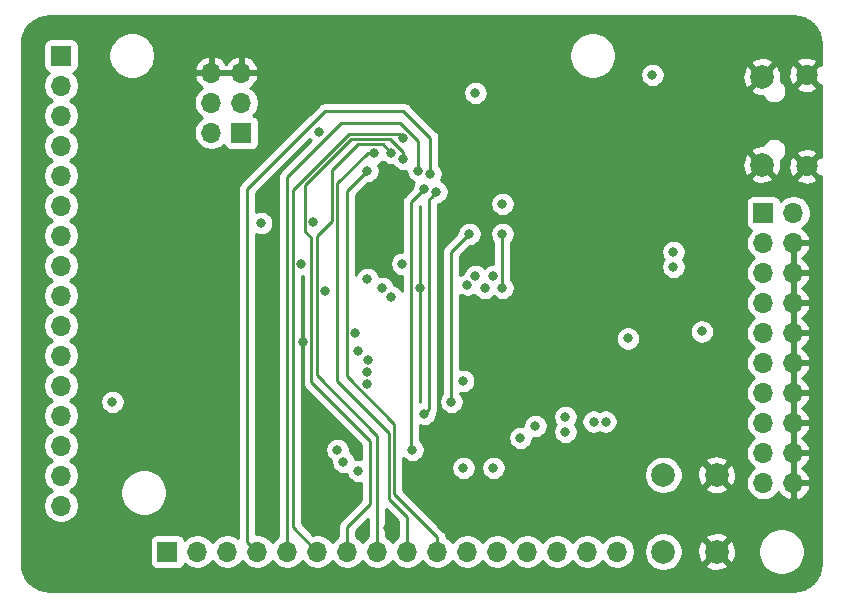
<source format=gbr>
%TF.GenerationSoftware,KiCad,Pcbnew,5.1.6-c6e7f7d~86~ubuntu20.04.1*%
%TF.CreationDate,2020-06-01T13:32:15+02:00*%
%TF.ProjectId,STM32103_Devel,53544d33-3231-4303-935f-446576656c2e,rev?*%
%TF.SameCoordinates,Original*%
%TF.FileFunction,Copper,L3,Inr*%
%TF.FilePolarity,Positive*%
%FSLAX46Y46*%
G04 Gerber Fmt 4.6, Leading zero omitted, Abs format (unit mm)*
G04 Created by KiCad (PCBNEW 5.1.6-c6e7f7d~86~ubuntu20.04.1) date 2020-06-01 13:32:15*
%MOMM*%
%LPD*%
G01*
G04 APERTURE LIST*
%TA.AperFunction,ViaPad*%
%ADD10O,1.700000X1.700000*%
%TD*%
%TA.AperFunction,ViaPad*%
%ADD11R,1.700000X1.700000*%
%TD*%
%TA.AperFunction,ViaPad*%
%ADD12C,2.000000*%
%TD*%
%TA.AperFunction,ViaPad*%
%ADD13C,1.800000*%
%TD*%
%TA.AperFunction,ViaPad*%
%ADD14C,0.800000*%
%TD*%
%TA.AperFunction,Conductor*%
%ADD15C,0.250000*%
%TD*%
%TA.AperFunction,Conductor*%
%ADD16C,0.254000*%
%TD*%
G04 APERTURE END LIST*
D10*
%TO.N,/PB15*%
%TO.C,J5*%
X151100000Y-116000000D03*
%TO.N,/PB14*%
X148560000Y-116000000D03*
%TO.N,/PB13*%
X146020000Y-116000000D03*
%TO.N,/PB12*%
X143480000Y-116000000D03*
%TO.N,/PB11*%
X140940000Y-116000000D03*
%TO.N,/PB10*%
X138400000Y-116000000D03*
%TO.N,/PB9*%
X135860000Y-116000000D03*
%TO.N,/PB8*%
X133320000Y-116000000D03*
%TO.N,/PB7*%
X130780000Y-116000000D03*
%TO.N,/PB6*%
X128240000Y-116000000D03*
%TO.N,/PB5*%
X125700000Y-116000000D03*
%TO.N,/PB4*%
X123160000Y-116000000D03*
%TO.N,/PB3*%
X120620000Y-116000000D03*
%TO.N,/BOOT1*%
X118080000Y-116000000D03*
%TO.N,/PB1*%
X115540000Y-116000000D03*
D11*
%TO.N,/PB0*%
X113000000Y-116000000D03*
%TD*%
D10*
%TO.N,GND*%
%TO.C,J3*%
X166002000Y-110180000D03*
%TO.N,Net-(J3-Pad19)*%
X163462000Y-110180000D03*
%TO.N,GND*%
X166002000Y-107640000D03*
%TO.N,Net-(J3-Pad17)*%
X163462000Y-107640000D03*
%TO.N,GND*%
X166002000Y-105100000D03*
%TO.N,/RST*%
X163462000Y-105100000D03*
%TO.N,GND*%
X166002000Y-102560000D03*
%TO.N,/PB3*%
X163462000Y-102560000D03*
%TO.N,GND*%
X166002000Y-100020000D03*
%TO.N,Net-(J3-Pad11)*%
X163462000Y-100020000D03*
%TO.N,GND*%
X166002000Y-97480000D03*
%TO.N,/PA14*%
X163462000Y-97480000D03*
%TO.N,GND*%
X166002000Y-94940000D03*
%TO.N,/PA13*%
X163462000Y-94940000D03*
%TO.N,GND*%
X166002000Y-92400000D03*
%TO.N,Net-(J3-Pad5)*%
X163462000Y-92400000D03*
%TO.N,GND*%
X166002000Y-89860000D03*
%TO.N,Net-(J3-Pad3)*%
X163462000Y-89860000D03*
%TO.N,VCC*%
X166002000Y-87320000D03*
D11*
X163462000Y-87320000D03*
%TD*%
D10*
%TO.N,/PA15*%
%TO.C,J4*%
X104000000Y-112100000D03*
%TO.N,/PA14*%
X104000000Y-109560000D03*
%TO.N,/PA13*%
X104000000Y-107020000D03*
%TO.N,/PA12*%
X104000000Y-104480000D03*
%TO.N,/PA11*%
X104000000Y-101940000D03*
%TO.N,/PA10*%
X104000000Y-99400000D03*
%TO.N,/PA9*%
X104000000Y-96860000D03*
%TO.N,/PA8*%
X104000000Y-94320000D03*
%TO.N,/PA7*%
X104000000Y-91780000D03*
%TO.N,/PA6*%
X104000000Y-89240000D03*
%TO.N,/PA5*%
X104000000Y-86700000D03*
%TO.N,/PA4*%
X104000000Y-84160000D03*
%TO.N,/PA3*%
X104000000Y-81620000D03*
%TO.N,/PA2*%
X104000000Y-79080000D03*
%TO.N,/PA1*%
X104000000Y-76540000D03*
D11*
%TO.N,/PA0*%
X104000000Y-74000000D03*
%TD*%
D12*
%TO.N,/RST*%
%TO.C,SW1*%
X155000000Y-109500000D03*
%TO.N,GND*%
X159500000Y-109500000D03*
%TO.N,/RST*%
X155000000Y-116000000D03*
%TO.N,GND*%
X159500000Y-116000000D03*
%TD*%
D13*
%TO.N,GND*%
%TO.C,J2*%
X167126500Y-75634500D03*
X167126500Y-83384500D03*
D12*
X163326500Y-75784500D03*
X163326500Y-83234500D03*
%TD*%
D10*
%TO.N,GND*%
%TO.C,J1*%
X116726000Y-75445500D03*
X119266000Y-75445500D03*
%TO.N,Net-(J1-Pad4)*%
X116726000Y-77985500D03*
%TO.N,Net-(J1-Pad3)*%
X119266000Y-77985500D03*
%TO.N,VCC*%
X116726000Y-80525500D03*
D11*
X119266000Y-80525500D03*
%TD*%
D14*
%TO.N,VCC*%
X139078000Y-77160000D03*
X141364000Y-86558000D03*
X152000000Y-97956000D03*
X150100000Y-105000000D03*
X149084000Y-105000000D03*
X154064000Y-75636000D03*
X108344000Y-103322000D03*
X120944443Y-88181557D03*
X138057336Y-101539345D03*
X125870000Y-80462000D03*
%TO.N,GND*%
X135014000Y-109164000D03*
X126378000Y-112466000D03*
X131712000Y-113990000D03*
X129680000Y-114244000D03*
X121806000Y-114498000D03*
X124473000Y-98242000D03*
X108090000Y-78430000D03*
X107074000Y-80716000D03*
X106820000Y-94686000D03*
X134379000Y-93670000D03*
X129680000Y-90876000D03*
X149746000Y-113482000D03*
X147206000Y-113228000D03*
X144666000Y-113228000D03*
X121552000Y-111196000D03*
X106058000Y-101798000D03*
X106820000Y-98496000D03*
X118504000Y-91130000D03*
X153556000Y-81986000D03*
X161430000Y-95956000D03*
X118758000Y-86050000D03*
X117996000Y-112212000D03*
%TO.N,/RST*%
X126382660Y-93919348D03*
X124350661Y-91633341D03*
%TO.N,/PB5*%
X132977347Y-80974653D03*
%TO.N,/BOOT1*%
X125362000Y-88082000D03*
X129172000Y-109164000D03*
X132891990Y-91638000D03*
%TO.N,/PA12*%
X141364000Y-93670000D03*
X141364000Y-89098000D03*
%TO.N,/PA11*%
X140602000Y-92654000D03*
%TO.N,/PB9*%
X129938653Y-83759347D03*
%TO.N,/PB8*%
X130525000Y-82240000D03*
%TO.N,/PB7*%
X131975000Y-82240000D03*
%TO.N,/PB6*%
X132982000Y-82748000D03*
%TO.N,/PB4*%
X134256653Y-83768653D03*
%TO.N,/PB3*%
X135268000Y-84018000D03*
X158255000Y-97353000D03*
%TO.N,/PA15*%
X133744000Y-107386000D03*
X134760000Y-85288000D03*
%TO.N,/PA14*%
X155842000Y-91892000D03*
X134760000Y-104338000D03*
X135776000Y-85542000D03*
%TO.N,/PA13*%
X155842000Y-90622000D03*
X138570000Y-89098000D03*
X137046000Y-103322000D03*
%TO.N,/PA10*%
X139876990Y-93670000D03*
%TO.N,/PA9*%
X139078954Y-92652936D03*
%TO.N,/PA8*%
X138410968Y-93397125D03*
%TO.N,/PB15*%
X146698000Y-104592000D03*
%TO.N,/PB14*%
X146698000Y-105862000D03*
%TO.N,/PB13*%
X144158000Y-105354002D03*
%TO.N,/PB12*%
X142888000Y-106369998D03*
%TO.N,/PB11*%
X140602000Y-108910000D03*
%TO.N,/PB10*%
X138062000Y-108910000D03*
%TO.N,/PB1*%
X127902000Y-108402000D03*
%TO.N,/PB0*%
X127394000Y-107386000D03*
%TO.N,/PA7*%
X129934000Y-101798000D03*
%TO.N,/PA6*%
X129934000Y-100782000D03*
%TO.N,/PA5*%
X129953679Y-99737002D03*
%TO.N,/PA4*%
X129172000Y-99004008D03*
%TO.N,/PA3*%
X128913728Y-97484540D03*
%TO.N,/PA2*%
X131966000Y-94432000D03*
%TO.N,/PA1*%
X131204000Y-93670000D03*
%TO.N,/PA0*%
X129934000Y-92908000D03*
%TD*%
D15*
%TO.N,/PB5*%
X132617673Y-80614979D02*
X132977347Y-80974653D01*
X128382611Y-80614979D02*
X132617673Y-80614979D01*
X123625660Y-85371930D02*
X128382611Y-80614979D01*
X123625660Y-113925660D02*
X123625660Y-85371930D01*
X125700000Y-116000000D02*
X123625660Y-113925660D01*
%TO.N,/PA12*%
X141364000Y-93670000D02*
X141364000Y-89098000D01*
%TO.N,/PB9*%
X135860000Y-114778998D02*
X135860000Y-116000000D01*
X132220000Y-111138998D02*
X135860000Y-114778998D01*
X132220000Y-105157002D02*
X132220000Y-111138998D01*
X128188727Y-85509273D02*
X128188727Y-101125729D01*
X128188727Y-101125729D02*
X132220000Y-105157002D01*
X129938653Y-83759347D02*
X128188727Y-85509273D01*
%TO.N,/PB8*%
X133320000Y-113058000D02*
X133320000Y-116000000D01*
X131769990Y-111507990D02*
X133320000Y-113058000D01*
X131769990Y-105919990D02*
X131769990Y-111507990D01*
X127394000Y-101544000D02*
X131769990Y-105919990D01*
X127394000Y-84805315D02*
X127394000Y-101544000D01*
X129959315Y-82240000D02*
X127394000Y-84805315D01*
X130525000Y-82240000D02*
X129959315Y-82240000D01*
%TO.N,/PB7*%
X130780000Y-116000000D02*
X130780000Y-106200000D01*
X126943990Y-88024010D02*
X126943990Y-83706010D01*
X125657659Y-89310341D02*
X126943990Y-88024010D01*
X125657659Y-101077659D02*
X125657659Y-89310341D01*
X130780000Y-106200000D02*
X125657659Y-101077659D01*
X131249999Y-81514999D02*
X131975000Y-82240000D01*
X129135001Y-81514999D02*
X131249999Y-81514999D01*
X126943990Y-83706010D02*
X129135001Y-81514999D01*
%TO.N,/PB6*%
X132982000Y-82173998D02*
X131872991Y-81064989D01*
X131872991Y-81064989D02*
X128569011Y-81064989D01*
X132982000Y-82748000D02*
X132982000Y-82173998D01*
X124636999Y-84997001D02*
X124636999Y-88880999D01*
X128569011Y-81064989D02*
X124636999Y-84997001D01*
X125207649Y-89451649D02*
X125207649Y-101643649D01*
X124636999Y-88880999D02*
X125207649Y-89451649D01*
X125207649Y-101643649D02*
X130188000Y-106624000D01*
X130188000Y-106624000D02*
X130188000Y-111958000D01*
X128240000Y-113906000D02*
X128240000Y-116000000D01*
X130188000Y-111958000D02*
X128240000Y-113906000D01*
%TO.N,/PB4*%
X123160000Y-84245002D02*
X123160000Y-85712000D01*
X127705002Y-79700000D02*
X123160000Y-84245002D01*
X132728000Y-79700000D02*
X127705002Y-79700000D01*
X134256653Y-81228653D02*
X132728000Y-79700000D01*
X134256653Y-83768653D02*
X134256653Y-81228653D01*
X123160000Y-85712000D02*
X123160000Y-85515002D01*
X123160000Y-116000000D02*
X123160000Y-85712000D01*
%TO.N,/PB3*%
X135268000Y-80970000D02*
X135268000Y-84018000D01*
X132982000Y-78684000D02*
X135268000Y-80970000D01*
X126378000Y-78684000D02*
X132982000Y-78684000D01*
X119770001Y-85291999D02*
X126378000Y-78684000D01*
X119770001Y-115150001D02*
X119770001Y-110437999D01*
X120620000Y-116000000D02*
X119770001Y-115150001D01*
X119770001Y-110437999D02*
X119770001Y-85291999D01*
%TO.N,/PA15*%
X133617000Y-86431000D02*
X134760000Y-85288000D01*
X133617000Y-107259000D02*
X133617000Y-86431000D01*
X133744000Y-107386000D02*
X133617000Y-107259000D01*
%TO.N,/PA14*%
X135376001Y-85941999D02*
X135776000Y-85542000D01*
X135159999Y-86158001D02*
X135376001Y-85941999D01*
X135159999Y-103938001D02*
X135159999Y-86158001D01*
X134760000Y-104338000D02*
X135159999Y-103938001D01*
%TO.N,/PA13*%
X137046000Y-90622000D02*
X137046000Y-103322000D01*
X138570000Y-89098000D02*
X137046000Y-90622000D01*
%TD*%
D16*
%TO.N,GND*%
G36*
X166453893Y-70707670D02*
G01*
X166890498Y-70839489D01*
X167293185Y-71053600D01*
X167646612Y-71341848D01*
X167937327Y-71693261D01*
X168154242Y-72094439D01*
X168289106Y-72530113D01*
X168340000Y-73014344D01*
X168340000Y-74799218D01*
X168190580Y-74750025D01*
X167306105Y-75634500D01*
X168190580Y-76518975D01*
X168340000Y-76469782D01*
X168340000Y-82549218D01*
X168190580Y-82500025D01*
X167306105Y-83384500D01*
X168190580Y-84268975D01*
X168340000Y-84219782D01*
X168340001Y-116967711D01*
X168292330Y-117453894D01*
X168160512Y-117890497D01*
X167946399Y-118293186D01*
X167658150Y-118646613D01*
X167306739Y-118937327D01*
X166905564Y-119154240D01*
X166469886Y-119289106D01*
X165985664Y-119340000D01*
X103032279Y-119340000D01*
X102546106Y-119292330D01*
X102109503Y-119160512D01*
X101706814Y-118946399D01*
X101353387Y-118658150D01*
X101062673Y-118306739D01*
X100845760Y-117905564D01*
X100710894Y-117469886D01*
X100660000Y-116985664D01*
X100660000Y-115150000D01*
X111511928Y-115150000D01*
X111511928Y-116850000D01*
X111524188Y-116974482D01*
X111560498Y-117094180D01*
X111619463Y-117204494D01*
X111698815Y-117301185D01*
X111795506Y-117380537D01*
X111905820Y-117439502D01*
X112025518Y-117475812D01*
X112150000Y-117488072D01*
X113850000Y-117488072D01*
X113974482Y-117475812D01*
X114094180Y-117439502D01*
X114204494Y-117380537D01*
X114301185Y-117301185D01*
X114380537Y-117204494D01*
X114439502Y-117094180D01*
X114461513Y-117021620D01*
X114593368Y-117153475D01*
X114836589Y-117315990D01*
X115106842Y-117427932D01*
X115393740Y-117485000D01*
X115686260Y-117485000D01*
X115973158Y-117427932D01*
X116243411Y-117315990D01*
X116486632Y-117153475D01*
X116693475Y-116946632D01*
X116810000Y-116772240D01*
X116926525Y-116946632D01*
X117133368Y-117153475D01*
X117376589Y-117315990D01*
X117646842Y-117427932D01*
X117933740Y-117485000D01*
X118226260Y-117485000D01*
X118513158Y-117427932D01*
X118783411Y-117315990D01*
X119026632Y-117153475D01*
X119233475Y-116946632D01*
X119350000Y-116772240D01*
X119466525Y-116946632D01*
X119673368Y-117153475D01*
X119916589Y-117315990D01*
X120186842Y-117427932D01*
X120473740Y-117485000D01*
X120766260Y-117485000D01*
X121053158Y-117427932D01*
X121323411Y-117315990D01*
X121566632Y-117153475D01*
X121773475Y-116946632D01*
X121890000Y-116772240D01*
X122006525Y-116946632D01*
X122213368Y-117153475D01*
X122456589Y-117315990D01*
X122726842Y-117427932D01*
X123013740Y-117485000D01*
X123306260Y-117485000D01*
X123593158Y-117427932D01*
X123863411Y-117315990D01*
X124106632Y-117153475D01*
X124313475Y-116946632D01*
X124430000Y-116772240D01*
X124546525Y-116946632D01*
X124753368Y-117153475D01*
X124996589Y-117315990D01*
X125266842Y-117427932D01*
X125553740Y-117485000D01*
X125846260Y-117485000D01*
X126133158Y-117427932D01*
X126403411Y-117315990D01*
X126646632Y-117153475D01*
X126853475Y-116946632D01*
X126970000Y-116772240D01*
X127086525Y-116946632D01*
X127293368Y-117153475D01*
X127536589Y-117315990D01*
X127806842Y-117427932D01*
X128093740Y-117485000D01*
X128386260Y-117485000D01*
X128673158Y-117427932D01*
X128943411Y-117315990D01*
X129186632Y-117153475D01*
X129393475Y-116946632D01*
X129510000Y-116772240D01*
X129626525Y-116946632D01*
X129833368Y-117153475D01*
X130076589Y-117315990D01*
X130346842Y-117427932D01*
X130633740Y-117485000D01*
X130926260Y-117485000D01*
X131213158Y-117427932D01*
X131483411Y-117315990D01*
X131726632Y-117153475D01*
X131933475Y-116946632D01*
X132050000Y-116772240D01*
X132166525Y-116946632D01*
X132373368Y-117153475D01*
X132616589Y-117315990D01*
X132886842Y-117427932D01*
X133173740Y-117485000D01*
X133466260Y-117485000D01*
X133753158Y-117427932D01*
X134023411Y-117315990D01*
X134266632Y-117153475D01*
X134473475Y-116946632D01*
X134590000Y-116772240D01*
X134706525Y-116946632D01*
X134913368Y-117153475D01*
X135156589Y-117315990D01*
X135426842Y-117427932D01*
X135713740Y-117485000D01*
X136006260Y-117485000D01*
X136293158Y-117427932D01*
X136563411Y-117315990D01*
X136806632Y-117153475D01*
X137013475Y-116946632D01*
X137130000Y-116772240D01*
X137246525Y-116946632D01*
X137453368Y-117153475D01*
X137696589Y-117315990D01*
X137966842Y-117427932D01*
X138253740Y-117485000D01*
X138546260Y-117485000D01*
X138833158Y-117427932D01*
X139103411Y-117315990D01*
X139346632Y-117153475D01*
X139553475Y-116946632D01*
X139670000Y-116772240D01*
X139786525Y-116946632D01*
X139993368Y-117153475D01*
X140236589Y-117315990D01*
X140506842Y-117427932D01*
X140793740Y-117485000D01*
X141086260Y-117485000D01*
X141373158Y-117427932D01*
X141643411Y-117315990D01*
X141886632Y-117153475D01*
X142093475Y-116946632D01*
X142210000Y-116772240D01*
X142326525Y-116946632D01*
X142533368Y-117153475D01*
X142776589Y-117315990D01*
X143046842Y-117427932D01*
X143333740Y-117485000D01*
X143626260Y-117485000D01*
X143913158Y-117427932D01*
X144183411Y-117315990D01*
X144426632Y-117153475D01*
X144633475Y-116946632D01*
X144750000Y-116772240D01*
X144866525Y-116946632D01*
X145073368Y-117153475D01*
X145316589Y-117315990D01*
X145586842Y-117427932D01*
X145873740Y-117485000D01*
X146166260Y-117485000D01*
X146453158Y-117427932D01*
X146723411Y-117315990D01*
X146966632Y-117153475D01*
X147173475Y-116946632D01*
X147290000Y-116772240D01*
X147406525Y-116946632D01*
X147613368Y-117153475D01*
X147856589Y-117315990D01*
X148126842Y-117427932D01*
X148413740Y-117485000D01*
X148706260Y-117485000D01*
X148993158Y-117427932D01*
X149263411Y-117315990D01*
X149506632Y-117153475D01*
X149713475Y-116946632D01*
X149830000Y-116772240D01*
X149946525Y-116946632D01*
X150153368Y-117153475D01*
X150396589Y-117315990D01*
X150666842Y-117427932D01*
X150953740Y-117485000D01*
X151246260Y-117485000D01*
X151533158Y-117427932D01*
X151803411Y-117315990D01*
X152046632Y-117153475D01*
X152253475Y-116946632D01*
X152415990Y-116703411D01*
X152527932Y-116433158D01*
X152585000Y-116146260D01*
X152585000Y-115853740D01*
X152582062Y-115838967D01*
X153365000Y-115838967D01*
X153365000Y-116161033D01*
X153427832Y-116476912D01*
X153551082Y-116774463D01*
X153730013Y-117042252D01*
X153957748Y-117269987D01*
X154225537Y-117448918D01*
X154523088Y-117572168D01*
X154838967Y-117635000D01*
X155161033Y-117635000D01*
X155476912Y-117572168D01*
X155774463Y-117448918D01*
X156042252Y-117269987D01*
X156176826Y-117135413D01*
X158544192Y-117135413D01*
X158639956Y-117399814D01*
X158929571Y-117540704D01*
X159241108Y-117622384D01*
X159562595Y-117641718D01*
X159881675Y-117597961D01*
X160186088Y-117492795D01*
X160360044Y-117399814D01*
X160455808Y-117135413D01*
X159500000Y-116179605D01*
X158544192Y-117135413D01*
X156176826Y-117135413D01*
X156269987Y-117042252D01*
X156448918Y-116774463D01*
X156572168Y-116476912D01*
X156635000Y-116161033D01*
X156635000Y-116062595D01*
X157858282Y-116062595D01*
X157902039Y-116381675D01*
X158007205Y-116686088D01*
X158100186Y-116860044D01*
X158364587Y-116955808D01*
X159320395Y-116000000D01*
X159679605Y-116000000D01*
X160635413Y-116955808D01*
X160899814Y-116860044D01*
X161040704Y-116570429D01*
X161122384Y-116258892D01*
X161141718Y-115937405D01*
X161123492Y-115804495D01*
X163015000Y-115804495D01*
X163015000Y-116195505D01*
X163091282Y-116579003D01*
X163240915Y-116940250D01*
X163458149Y-117265364D01*
X163734636Y-117541851D01*
X164059750Y-117759085D01*
X164420997Y-117908718D01*
X164804495Y-117985000D01*
X165195505Y-117985000D01*
X165579003Y-117908718D01*
X165940250Y-117759085D01*
X166265364Y-117541851D01*
X166541851Y-117265364D01*
X166759085Y-116940250D01*
X166908718Y-116579003D01*
X166985000Y-116195505D01*
X166985000Y-115804495D01*
X166908718Y-115420997D01*
X166759085Y-115059750D01*
X166541851Y-114734636D01*
X166265364Y-114458149D01*
X165940250Y-114240915D01*
X165579003Y-114091282D01*
X165195505Y-114015000D01*
X164804495Y-114015000D01*
X164420997Y-114091282D01*
X164059750Y-114240915D01*
X163734636Y-114458149D01*
X163458149Y-114734636D01*
X163240915Y-115059750D01*
X163091282Y-115420997D01*
X163015000Y-115804495D01*
X161123492Y-115804495D01*
X161097961Y-115618325D01*
X160992795Y-115313912D01*
X160899814Y-115139956D01*
X160635413Y-115044192D01*
X159679605Y-116000000D01*
X159320395Y-116000000D01*
X158364587Y-115044192D01*
X158100186Y-115139956D01*
X157959296Y-115429571D01*
X157877616Y-115741108D01*
X157858282Y-116062595D01*
X156635000Y-116062595D01*
X156635000Y-115838967D01*
X156572168Y-115523088D01*
X156448918Y-115225537D01*
X156269987Y-114957748D01*
X156176826Y-114864587D01*
X158544192Y-114864587D01*
X159500000Y-115820395D01*
X160455808Y-114864587D01*
X160360044Y-114600186D01*
X160070429Y-114459296D01*
X159758892Y-114377616D01*
X159437405Y-114358282D01*
X159118325Y-114402039D01*
X158813912Y-114507205D01*
X158639956Y-114600186D01*
X158544192Y-114864587D01*
X156176826Y-114864587D01*
X156042252Y-114730013D01*
X155774463Y-114551082D01*
X155476912Y-114427832D01*
X155161033Y-114365000D01*
X154838967Y-114365000D01*
X154523088Y-114427832D01*
X154225537Y-114551082D01*
X153957748Y-114730013D01*
X153730013Y-114957748D01*
X153551082Y-115225537D01*
X153427832Y-115523088D01*
X153365000Y-115838967D01*
X152582062Y-115838967D01*
X152527932Y-115566842D01*
X152415990Y-115296589D01*
X152253475Y-115053368D01*
X152046632Y-114846525D01*
X151803411Y-114684010D01*
X151533158Y-114572068D01*
X151246260Y-114515000D01*
X150953740Y-114515000D01*
X150666842Y-114572068D01*
X150396589Y-114684010D01*
X150153368Y-114846525D01*
X149946525Y-115053368D01*
X149830000Y-115227760D01*
X149713475Y-115053368D01*
X149506632Y-114846525D01*
X149263411Y-114684010D01*
X148993158Y-114572068D01*
X148706260Y-114515000D01*
X148413740Y-114515000D01*
X148126842Y-114572068D01*
X147856589Y-114684010D01*
X147613368Y-114846525D01*
X147406525Y-115053368D01*
X147290000Y-115227760D01*
X147173475Y-115053368D01*
X146966632Y-114846525D01*
X146723411Y-114684010D01*
X146453158Y-114572068D01*
X146166260Y-114515000D01*
X145873740Y-114515000D01*
X145586842Y-114572068D01*
X145316589Y-114684010D01*
X145073368Y-114846525D01*
X144866525Y-115053368D01*
X144750000Y-115227760D01*
X144633475Y-115053368D01*
X144426632Y-114846525D01*
X144183411Y-114684010D01*
X143913158Y-114572068D01*
X143626260Y-114515000D01*
X143333740Y-114515000D01*
X143046842Y-114572068D01*
X142776589Y-114684010D01*
X142533368Y-114846525D01*
X142326525Y-115053368D01*
X142210000Y-115227760D01*
X142093475Y-115053368D01*
X141886632Y-114846525D01*
X141643411Y-114684010D01*
X141373158Y-114572068D01*
X141086260Y-114515000D01*
X140793740Y-114515000D01*
X140506842Y-114572068D01*
X140236589Y-114684010D01*
X139993368Y-114846525D01*
X139786525Y-115053368D01*
X139670000Y-115227760D01*
X139553475Y-115053368D01*
X139346632Y-114846525D01*
X139103411Y-114684010D01*
X138833158Y-114572068D01*
X138546260Y-114515000D01*
X138253740Y-114515000D01*
X137966842Y-114572068D01*
X137696589Y-114684010D01*
X137453368Y-114846525D01*
X137246525Y-115053368D01*
X137130000Y-115227760D01*
X137013475Y-115053368D01*
X136806632Y-114846525D01*
X136617908Y-114720424D01*
X136609003Y-114630012D01*
X136565546Y-114486751D01*
X136494974Y-114354722D01*
X136400001Y-114238997D01*
X136371004Y-114215200D01*
X132980000Y-110824197D01*
X132980000Y-108808061D01*
X137027000Y-108808061D01*
X137027000Y-109011939D01*
X137066774Y-109211898D01*
X137144795Y-109400256D01*
X137258063Y-109569774D01*
X137402226Y-109713937D01*
X137571744Y-109827205D01*
X137760102Y-109905226D01*
X137960061Y-109945000D01*
X138163939Y-109945000D01*
X138363898Y-109905226D01*
X138552256Y-109827205D01*
X138721774Y-109713937D01*
X138865937Y-109569774D01*
X138979205Y-109400256D01*
X139057226Y-109211898D01*
X139097000Y-109011939D01*
X139097000Y-108808061D01*
X139567000Y-108808061D01*
X139567000Y-109011939D01*
X139606774Y-109211898D01*
X139684795Y-109400256D01*
X139798063Y-109569774D01*
X139942226Y-109713937D01*
X140111744Y-109827205D01*
X140300102Y-109905226D01*
X140500061Y-109945000D01*
X140703939Y-109945000D01*
X140903898Y-109905226D01*
X141092256Y-109827205D01*
X141261774Y-109713937D01*
X141405937Y-109569774D01*
X141519205Y-109400256D01*
X141544591Y-109338967D01*
X153365000Y-109338967D01*
X153365000Y-109661033D01*
X153427832Y-109976912D01*
X153551082Y-110274463D01*
X153730013Y-110542252D01*
X153957748Y-110769987D01*
X154225537Y-110948918D01*
X154523088Y-111072168D01*
X154838967Y-111135000D01*
X155161033Y-111135000D01*
X155476912Y-111072168D01*
X155774463Y-110948918D01*
X156042252Y-110769987D01*
X156176826Y-110635413D01*
X158544192Y-110635413D01*
X158639956Y-110899814D01*
X158929571Y-111040704D01*
X159241108Y-111122384D01*
X159562595Y-111141718D01*
X159881675Y-111097961D01*
X160186088Y-110992795D01*
X160360044Y-110899814D01*
X160455808Y-110635413D01*
X159500000Y-109679605D01*
X158544192Y-110635413D01*
X156176826Y-110635413D01*
X156269987Y-110542252D01*
X156448918Y-110274463D01*
X156572168Y-109976912D01*
X156635000Y-109661033D01*
X156635000Y-109562595D01*
X157858282Y-109562595D01*
X157902039Y-109881675D01*
X158007205Y-110186088D01*
X158100186Y-110360044D01*
X158364587Y-110455808D01*
X159320395Y-109500000D01*
X159679605Y-109500000D01*
X160635413Y-110455808D01*
X160899814Y-110360044D01*
X161040704Y-110070429D01*
X161122384Y-109758892D01*
X161141718Y-109437405D01*
X161097961Y-109118325D01*
X160992795Y-108813912D01*
X160899814Y-108639956D01*
X160635413Y-108544192D01*
X159679605Y-109500000D01*
X159320395Y-109500000D01*
X158364587Y-108544192D01*
X158100186Y-108639956D01*
X157959296Y-108929571D01*
X157877616Y-109241108D01*
X157858282Y-109562595D01*
X156635000Y-109562595D01*
X156635000Y-109338967D01*
X156572168Y-109023088D01*
X156448918Y-108725537D01*
X156269987Y-108457748D01*
X156176826Y-108364587D01*
X158544192Y-108364587D01*
X159500000Y-109320395D01*
X160455808Y-108364587D01*
X160360044Y-108100186D01*
X160070429Y-107959296D01*
X159758892Y-107877616D01*
X159437405Y-107858282D01*
X159118325Y-107902039D01*
X158813912Y-108007205D01*
X158639956Y-108100186D01*
X158544192Y-108364587D01*
X156176826Y-108364587D01*
X156042252Y-108230013D01*
X155774463Y-108051082D01*
X155476912Y-107927832D01*
X155161033Y-107865000D01*
X154838967Y-107865000D01*
X154523088Y-107927832D01*
X154225537Y-108051082D01*
X153957748Y-108230013D01*
X153730013Y-108457748D01*
X153551082Y-108725537D01*
X153427832Y-109023088D01*
X153365000Y-109338967D01*
X141544591Y-109338967D01*
X141597226Y-109211898D01*
X141637000Y-109011939D01*
X141637000Y-108808061D01*
X141597226Y-108608102D01*
X141519205Y-108419744D01*
X141405937Y-108250226D01*
X141261774Y-108106063D01*
X141092256Y-107992795D01*
X140903898Y-107914774D01*
X140703939Y-107875000D01*
X140500061Y-107875000D01*
X140300102Y-107914774D01*
X140111744Y-107992795D01*
X139942226Y-108106063D01*
X139798063Y-108250226D01*
X139684795Y-108419744D01*
X139606774Y-108608102D01*
X139567000Y-108808061D01*
X139097000Y-108808061D01*
X139057226Y-108608102D01*
X138979205Y-108419744D01*
X138865937Y-108250226D01*
X138721774Y-108106063D01*
X138552256Y-107992795D01*
X138363898Y-107914774D01*
X138163939Y-107875000D01*
X137960061Y-107875000D01*
X137760102Y-107914774D01*
X137571744Y-107992795D01*
X137402226Y-108106063D01*
X137258063Y-108250226D01*
X137144795Y-108419744D01*
X137066774Y-108608102D01*
X137027000Y-108808061D01*
X132980000Y-108808061D01*
X132980000Y-108085711D01*
X133084226Y-108189937D01*
X133253744Y-108303205D01*
X133442102Y-108381226D01*
X133642061Y-108421000D01*
X133845939Y-108421000D01*
X134045898Y-108381226D01*
X134234256Y-108303205D01*
X134403774Y-108189937D01*
X134547937Y-108045774D01*
X134661205Y-107876256D01*
X134739226Y-107687898D01*
X134779000Y-107487939D01*
X134779000Y-107284061D01*
X134739226Y-107084102D01*
X134661205Y-106895744D01*
X134547937Y-106726226D01*
X134403774Y-106582063D01*
X134377000Y-106564173D01*
X134377000Y-106268059D01*
X141853000Y-106268059D01*
X141853000Y-106471937D01*
X141892774Y-106671896D01*
X141970795Y-106860254D01*
X142084063Y-107029772D01*
X142228226Y-107173935D01*
X142397744Y-107287203D01*
X142586102Y-107365224D01*
X142786061Y-107404998D01*
X142989939Y-107404998D01*
X143189898Y-107365224D01*
X143378256Y-107287203D01*
X143547774Y-107173935D01*
X143691937Y-107029772D01*
X143805205Y-106860254D01*
X143883226Y-106671896D01*
X143923000Y-106471937D01*
X143923000Y-106362535D01*
X144056061Y-106389002D01*
X144259939Y-106389002D01*
X144459898Y-106349228D01*
X144648256Y-106271207D01*
X144817774Y-106157939D01*
X144961937Y-106013776D01*
X145075205Y-105844258D01*
X145153226Y-105655900D01*
X145193000Y-105455941D01*
X145193000Y-105252063D01*
X145153226Y-105052104D01*
X145075205Y-104863746D01*
X144961937Y-104694228D01*
X144817774Y-104550065D01*
X144727972Y-104490061D01*
X145663000Y-104490061D01*
X145663000Y-104693939D01*
X145702774Y-104893898D01*
X145780795Y-105082256D01*
X145877510Y-105227000D01*
X145780795Y-105371744D01*
X145702774Y-105560102D01*
X145663000Y-105760061D01*
X145663000Y-105963939D01*
X145702774Y-106163898D01*
X145780795Y-106352256D01*
X145894063Y-106521774D01*
X146038226Y-106665937D01*
X146207744Y-106779205D01*
X146396102Y-106857226D01*
X146596061Y-106897000D01*
X146799939Y-106897000D01*
X146999898Y-106857226D01*
X147188256Y-106779205D01*
X147357774Y-106665937D01*
X147501937Y-106521774D01*
X147615205Y-106352256D01*
X147693226Y-106163898D01*
X147733000Y-105963939D01*
X147733000Y-105760061D01*
X147693226Y-105560102D01*
X147615205Y-105371744D01*
X147518490Y-105227000D01*
X147615205Y-105082256D01*
X147691501Y-104898061D01*
X148049000Y-104898061D01*
X148049000Y-105101939D01*
X148088774Y-105301898D01*
X148166795Y-105490256D01*
X148280063Y-105659774D01*
X148424226Y-105803937D01*
X148593744Y-105917205D01*
X148782102Y-105995226D01*
X148982061Y-106035000D01*
X149185939Y-106035000D01*
X149385898Y-105995226D01*
X149574256Y-105917205D01*
X149592000Y-105905349D01*
X149609744Y-105917205D01*
X149798102Y-105995226D01*
X149998061Y-106035000D01*
X150201939Y-106035000D01*
X150401898Y-105995226D01*
X150590256Y-105917205D01*
X150759774Y-105803937D01*
X150903937Y-105659774D01*
X151017205Y-105490256D01*
X151095226Y-105301898D01*
X151135000Y-105101939D01*
X151135000Y-104898061D01*
X151095226Y-104698102D01*
X151017205Y-104509744D01*
X150903937Y-104340226D01*
X150759774Y-104196063D01*
X150590256Y-104082795D01*
X150401898Y-104004774D01*
X150201939Y-103965000D01*
X149998061Y-103965000D01*
X149798102Y-104004774D01*
X149609744Y-104082795D01*
X149592000Y-104094651D01*
X149574256Y-104082795D01*
X149385898Y-104004774D01*
X149185939Y-103965000D01*
X148982061Y-103965000D01*
X148782102Y-104004774D01*
X148593744Y-104082795D01*
X148424226Y-104196063D01*
X148280063Y-104340226D01*
X148166795Y-104509744D01*
X148088774Y-104698102D01*
X148049000Y-104898061D01*
X147691501Y-104898061D01*
X147693226Y-104893898D01*
X147733000Y-104693939D01*
X147733000Y-104490061D01*
X147693226Y-104290102D01*
X147615205Y-104101744D01*
X147501937Y-103932226D01*
X147357774Y-103788063D01*
X147188256Y-103674795D01*
X146999898Y-103596774D01*
X146799939Y-103557000D01*
X146596061Y-103557000D01*
X146396102Y-103596774D01*
X146207744Y-103674795D01*
X146038226Y-103788063D01*
X145894063Y-103932226D01*
X145780795Y-104101744D01*
X145702774Y-104290102D01*
X145663000Y-104490061D01*
X144727972Y-104490061D01*
X144648256Y-104436797D01*
X144459898Y-104358776D01*
X144259939Y-104319002D01*
X144056061Y-104319002D01*
X143856102Y-104358776D01*
X143667744Y-104436797D01*
X143498226Y-104550065D01*
X143354063Y-104694228D01*
X143240795Y-104863746D01*
X143162774Y-105052104D01*
X143123000Y-105252063D01*
X143123000Y-105361465D01*
X142989939Y-105334998D01*
X142786061Y-105334998D01*
X142586102Y-105374772D01*
X142397744Y-105452793D01*
X142228226Y-105566061D01*
X142084063Y-105710224D01*
X141970795Y-105879742D01*
X141892774Y-106068100D01*
X141853000Y-106268059D01*
X134377000Y-106268059D01*
X134377000Y-105299632D01*
X134458102Y-105333226D01*
X134658061Y-105373000D01*
X134861939Y-105373000D01*
X135061898Y-105333226D01*
X135250256Y-105255205D01*
X135419774Y-105141937D01*
X135563937Y-104997774D01*
X135677205Y-104828256D01*
X135755226Y-104639898D01*
X135795000Y-104439939D01*
X135795000Y-104362226D01*
X135865545Y-104230248D01*
X135909002Y-104086987D01*
X135919999Y-103975334D01*
X135919999Y-103975324D01*
X135923675Y-103938002D01*
X135919999Y-103900679D01*
X135919999Y-103220061D01*
X136011000Y-103220061D01*
X136011000Y-103423939D01*
X136050774Y-103623898D01*
X136128795Y-103812256D01*
X136242063Y-103981774D01*
X136386226Y-104125937D01*
X136555744Y-104239205D01*
X136744102Y-104317226D01*
X136944061Y-104357000D01*
X137147939Y-104357000D01*
X137347898Y-104317226D01*
X137536256Y-104239205D01*
X137705774Y-104125937D01*
X137849937Y-103981774D01*
X137963205Y-103812256D01*
X138041226Y-103623898D01*
X138081000Y-103423939D01*
X138081000Y-103220061D01*
X138041226Y-103020102D01*
X137963205Y-102831744D01*
X137849937Y-102662226D01*
X137806000Y-102618289D01*
X137806000Y-102544628D01*
X137955397Y-102574345D01*
X138159275Y-102574345D01*
X138359234Y-102534571D01*
X138547592Y-102456550D01*
X138717110Y-102343282D01*
X138861273Y-102199119D01*
X138974541Y-102029601D01*
X139052562Y-101841243D01*
X139092336Y-101641284D01*
X139092336Y-101437406D01*
X139052562Y-101237447D01*
X138974541Y-101049089D01*
X138861273Y-100879571D01*
X138717110Y-100735408D01*
X138547592Y-100622140D01*
X138359234Y-100544119D01*
X138159275Y-100504345D01*
X137955397Y-100504345D01*
X137806000Y-100534062D01*
X137806000Y-97854061D01*
X150965000Y-97854061D01*
X150965000Y-98057939D01*
X151004774Y-98257898D01*
X151082795Y-98446256D01*
X151196063Y-98615774D01*
X151340226Y-98759937D01*
X151509744Y-98873205D01*
X151698102Y-98951226D01*
X151898061Y-98991000D01*
X152101939Y-98991000D01*
X152301898Y-98951226D01*
X152490256Y-98873205D01*
X152659774Y-98759937D01*
X152803937Y-98615774D01*
X152917205Y-98446256D01*
X152995226Y-98257898D01*
X153035000Y-98057939D01*
X153035000Y-97854061D01*
X152995226Y-97654102D01*
X152917205Y-97465744D01*
X152803937Y-97296226D01*
X152758772Y-97251061D01*
X157220000Y-97251061D01*
X157220000Y-97454939D01*
X157259774Y-97654898D01*
X157337795Y-97843256D01*
X157451063Y-98012774D01*
X157595226Y-98156937D01*
X157764744Y-98270205D01*
X157953102Y-98348226D01*
X158153061Y-98388000D01*
X158356939Y-98388000D01*
X158556898Y-98348226D01*
X158745256Y-98270205D01*
X158914774Y-98156937D01*
X159058937Y-98012774D01*
X159172205Y-97843256D01*
X159250226Y-97654898D01*
X159290000Y-97454939D01*
X159290000Y-97251061D01*
X159250226Y-97051102D01*
X159172205Y-96862744D01*
X159058937Y-96693226D01*
X158914774Y-96549063D01*
X158745256Y-96435795D01*
X158556898Y-96357774D01*
X158356939Y-96318000D01*
X158153061Y-96318000D01*
X157953102Y-96357774D01*
X157764744Y-96435795D01*
X157595226Y-96549063D01*
X157451063Y-96693226D01*
X157337795Y-96862744D01*
X157259774Y-97051102D01*
X157220000Y-97251061D01*
X152758772Y-97251061D01*
X152659774Y-97152063D01*
X152490256Y-97038795D01*
X152301898Y-96960774D01*
X152101939Y-96921000D01*
X151898061Y-96921000D01*
X151698102Y-96960774D01*
X151509744Y-97038795D01*
X151340226Y-97152063D01*
X151196063Y-97296226D01*
X151082795Y-97465744D01*
X151004774Y-97654102D01*
X150965000Y-97854061D01*
X137806000Y-97854061D01*
X137806000Y-94237682D01*
X137920712Y-94314330D01*
X138109070Y-94392351D01*
X138309029Y-94432125D01*
X138512907Y-94432125D01*
X138712866Y-94392351D01*
X138901224Y-94314330D01*
X139012883Y-94239722D01*
X139073053Y-94329774D01*
X139217216Y-94473937D01*
X139386734Y-94587205D01*
X139575092Y-94665226D01*
X139775051Y-94705000D01*
X139978929Y-94705000D01*
X140178888Y-94665226D01*
X140367246Y-94587205D01*
X140536764Y-94473937D01*
X140620495Y-94390206D01*
X140704226Y-94473937D01*
X140873744Y-94587205D01*
X141062102Y-94665226D01*
X141262061Y-94705000D01*
X141465939Y-94705000D01*
X141665898Y-94665226D01*
X141854256Y-94587205D01*
X142023774Y-94473937D01*
X142167937Y-94329774D01*
X142281205Y-94160256D01*
X142359226Y-93971898D01*
X142399000Y-93771939D01*
X142399000Y-93568061D01*
X142359226Y-93368102D01*
X142281205Y-93179744D01*
X142167937Y-93010226D01*
X142124000Y-92966289D01*
X142124000Y-90520061D01*
X154807000Y-90520061D01*
X154807000Y-90723939D01*
X154846774Y-90923898D01*
X154924795Y-91112256D01*
X155021510Y-91257000D01*
X154924795Y-91401744D01*
X154846774Y-91590102D01*
X154807000Y-91790061D01*
X154807000Y-91993939D01*
X154846774Y-92193898D01*
X154924795Y-92382256D01*
X155038063Y-92551774D01*
X155182226Y-92695937D01*
X155351744Y-92809205D01*
X155540102Y-92887226D01*
X155740061Y-92927000D01*
X155943939Y-92927000D01*
X156143898Y-92887226D01*
X156332256Y-92809205D01*
X156501774Y-92695937D01*
X156645937Y-92551774D01*
X156759205Y-92382256D01*
X156837226Y-92193898D01*
X156877000Y-91993939D01*
X156877000Y-91790061D01*
X156837226Y-91590102D01*
X156759205Y-91401744D01*
X156662490Y-91257000D01*
X156759205Y-91112256D01*
X156837226Y-90923898D01*
X156877000Y-90723939D01*
X156877000Y-90520061D01*
X156837226Y-90320102D01*
X156759205Y-90131744D01*
X156645937Y-89962226D01*
X156501774Y-89818063D01*
X156332256Y-89704795D01*
X156143898Y-89626774D01*
X155943939Y-89587000D01*
X155740061Y-89587000D01*
X155540102Y-89626774D01*
X155351744Y-89704795D01*
X155182226Y-89818063D01*
X155038063Y-89962226D01*
X154924795Y-90131744D01*
X154846774Y-90320102D01*
X154807000Y-90520061D01*
X142124000Y-90520061D01*
X142124000Y-89801711D01*
X142167937Y-89757774D01*
X142281205Y-89588256D01*
X142359226Y-89399898D01*
X142399000Y-89199939D01*
X142399000Y-88996061D01*
X142359226Y-88796102D01*
X142281205Y-88607744D01*
X142167937Y-88438226D01*
X142023774Y-88294063D01*
X141854256Y-88180795D01*
X141665898Y-88102774D01*
X141465939Y-88063000D01*
X141262061Y-88063000D01*
X141062102Y-88102774D01*
X140873744Y-88180795D01*
X140704226Y-88294063D01*
X140560063Y-88438226D01*
X140446795Y-88607744D01*
X140368774Y-88796102D01*
X140329000Y-88996061D01*
X140329000Y-89199939D01*
X140368774Y-89399898D01*
X140446795Y-89588256D01*
X140560063Y-89757774D01*
X140604001Y-89801712D01*
X140604000Y-91619000D01*
X140500061Y-91619000D01*
X140300102Y-91658774D01*
X140111744Y-91736795D01*
X139942226Y-91850063D01*
X139841009Y-91951280D01*
X139738728Y-91848999D01*
X139569210Y-91735731D01*
X139380852Y-91657710D01*
X139180893Y-91617936D01*
X138977015Y-91617936D01*
X138777056Y-91657710D01*
X138588698Y-91735731D01*
X138419180Y-91848999D01*
X138275017Y-91993162D01*
X138161749Y-92162680D01*
X138083728Y-92351038D01*
X138070427Y-92417905D01*
X137920712Y-92479920D01*
X137806000Y-92556568D01*
X137806000Y-90936801D01*
X138609802Y-90133000D01*
X138671939Y-90133000D01*
X138871898Y-90093226D01*
X139060256Y-90015205D01*
X139229774Y-89901937D01*
X139373937Y-89757774D01*
X139487205Y-89588256D01*
X139565226Y-89399898D01*
X139605000Y-89199939D01*
X139605000Y-88996061D01*
X139565226Y-88796102D01*
X139487205Y-88607744D01*
X139373937Y-88438226D01*
X139229774Y-88294063D01*
X139060256Y-88180795D01*
X138871898Y-88102774D01*
X138671939Y-88063000D01*
X138468061Y-88063000D01*
X138268102Y-88102774D01*
X138079744Y-88180795D01*
X137910226Y-88294063D01*
X137766063Y-88438226D01*
X137652795Y-88607744D01*
X137574774Y-88796102D01*
X137535000Y-88996061D01*
X137535000Y-89058198D01*
X136535002Y-90058197D01*
X136505999Y-90081999D01*
X136465175Y-90131744D01*
X136411026Y-90197724D01*
X136360015Y-90293158D01*
X136340454Y-90329754D01*
X136296997Y-90473015D01*
X136286000Y-90584668D01*
X136286000Y-90584678D01*
X136282324Y-90622000D01*
X136286000Y-90659322D01*
X136286001Y-102618288D01*
X136242063Y-102662226D01*
X136128795Y-102831744D01*
X136050774Y-103020102D01*
X136011000Y-103220061D01*
X135919999Y-103220061D01*
X135919999Y-86568634D01*
X136077898Y-86537226D01*
X136266256Y-86459205D01*
X136270961Y-86456061D01*
X140329000Y-86456061D01*
X140329000Y-86659939D01*
X140368774Y-86859898D01*
X140446795Y-87048256D01*
X140560063Y-87217774D01*
X140704226Y-87361937D01*
X140873744Y-87475205D01*
X141062102Y-87553226D01*
X141262061Y-87593000D01*
X141465939Y-87593000D01*
X141665898Y-87553226D01*
X141854256Y-87475205D01*
X142023774Y-87361937D01*
X142167937Y-87217774D01*
X142281205Y-87048256D01*
X142359226Y-86859898D01*
X142399000Y-86659939D01*
X142399000Y-86470000D01*
X161973928Y-86470000D01*
X161973928Y-88170000D01*
X161986188Y-88294482D01*
X162022498Y-88414180D01*
X162081463Y-88524494D01*
X162160815Y-88621185D01*
X162257506Y-88700537D01*
X162367820Y-88759502D01*
X162440380Y-88781513D01*
X162308525Y-88913368D01*
X162146010Y-89156589D01*
X162034068Y-89426842D01*
X161977000Y-89713740D01*
X161977000Y-90006260D01*
X162034068Y-90293158D01*
X162146010Y-90563411D01*
X162308525Y-90806632D01*
X162515368Y-91013475D01*
X162689760Y-91130000D01*
X162515368Y-91246525D01*
X162308525Y-91453368D01*
X162146010Y-91696589D01*
X162034068Y-91966842D01*
X161977000Y-92253740D01*
X161977000Y-92546260D01*
X162034068Y-92833158D01*
X162146010Y-93103411D01*
X162308525Y-93346632D01*
X162515368Y-93553475D01*
X162689760Y-93670000D01*
X162515368Y-93786525D01*
X162308525Y-93993368D01*
X162146010Y-94236589D01*
X162034068Y-94506842D01*
X161977000Y-94793740D01*
X161977000Y-95086260D01*
X162034068Y-95373158D01*
X162146010Y-95643411D01*
X162308525Y-95886632D01*
X162515368Y-96093475D01*
X162689760Y-96210000D01*
X162515368Y-96326525D01*
X162308525Y-96533368D01*
X162146010Y-96776589D01*
X162034068Y-97046842D01*
X161977000Y-97333740D01*
X161977000Y-97626260D01*
X162034068Y-97913158D01*
X162146010Y-98183411D01*
X162308525Y-98426632D01*
X162515368Y-98633475D01*
X162689760Y-98750000D01*
X162515368Y-98866525D01*
X162308525Y-99073368D01*
X162146010Y-99316589D01*
X162034068Y-99586842D01*
X161977000Y-99873740D01*
X161977000Y-100166260D01*
X162034068Y-100453158D01*
X162146010Y-100723411D01*
X162308525Y-100966632D01*
X162515368Y-101173475D01*
X162689760Y-101290000D01*
X162515368Y-101406525D01*
X162308525Y-101613368D01*
X162146010Y-101856589D01*
X162034068Y-102126842D01*
X161977000Y-102413740D01*
X161977000Y-102706260D01*
X162034068Y-102993158D01*
X162146010Y-103263411D01*
X162308525Y-103506632D01*
X162515368Y-103713475D01*
X162689760Y-103830000D01*
X162515368Y-103946525D01*
X162308525Y-104153368D01*
X162146010Y-104396589D01*
X162034068Y-104666842D01*
X161977000Y-104953740D01*
X161977000Y-105246260D01*
X162034068Y-105533158D01*
X162146010Y-105803411D01*
X162308525Y-106046632D01*
X162515368Y-106253475D01*
X162689760Y-106370000D01*
X162515368Y-106486525D01*
X162308525Y-106693368D01*
X162146010Y-106936589D01*
X162034068Y-107206842D01*
X161977000Y-107493740D01*
X161977000Y-107786260D01*
X162034068Y-108073158D01*
X162146010Y-108343411D01*
X162308525Y-108586632D01*
X162515368Y-108793475D01*
X162689760Y-108910000D01*
X162515368Y-109026525D01*
X162308525Y-109233368D01*
X162146010Y-109476589D01*
X162034068Y-109746842D01*
X161977000Y-110033740D01*
X161977000Y-110326260D01*
X162034068Y-110613158D01*
X162146010Y-110883411D01*
X162308525Y-111126632D01*
X162515368Y-111333475D01*
X162758589Y-111495990D01*
X163028842Y-111607932D01*
X163315740Y-111665000D01*
X163608260Y-111665000D01*
X163895158Y-111607932D01*
X164165411Y-111495990D01*
X164408632Y-111333475D01*
X164615475Y-111126632D01*
X164733100Y-110950594D01*
X164904412Y-111180269D01*
X165120645Y-111375178D01*
X165370748Y-111524157D01*
X165645109Y-111621481D01*
X165875000Y-111500814D01*
X165875000Y-110307000D01*
X166129000Y-110307000D01*
X166129000Y-111500814D01*
X166358891Y-111621481D01*
X166633252Y-111524157D01*
X166883355Y-111375178D01*
X167099588Y-111180269D01*
X167273641Y-110946920D01*
X167398825Y-110684099D01*
X167443476Y-110536890D01*
X167322155Y-110307000D01*
X166129000Y-110307000D01*
X165875000Y-110307000D01*
X165855000Y-110307000D01*
X165855000Y-110053000D01*
X165875000Y-110053000D01*
X165875000Y-107767000D01*
X166129000Y-107767000D01*
X166129000Y-110053000D01*
X167322155Y-110053000D01*
X167443476Y-109823110D01*
X167398825Y-109675901D01*
X167273641Y-109413080D01*
X167099588Y-109179731D01*
X166883355Y-108984822D01*
X166757745Y-108910000D01*
X166883355Y-108835178D01*
X167099588Y-108640269D01*
X167273641Y-108406920D01*
X167398825Y-108144099D01*
X167443476Y-107996890D01*
X167322155Y-107767000D01*
X166129000Y-107767000D01*
X165875000Y-107767000D01*
X165855000Y-107767000D01*
X165855000Y-107513000D01*
X165875000Y-107513000D01*
X165875000Y-105227000D01*
X166129000Y-105227000D01*
X166129000Y-107513000D01*
X167322155Y-107513000D01*
X167443476Y-107283110D01*
X167398825Y-107135901D01*
X167273641Y-106873080D01*
X167099588Y-106639731D01*
X166883355Y-106444822D01*
X166757745Y-106370000D01*
X166883355Y-106295178D01*
X167099588Y-106100269D01*
X167273641Y-105866920D01*
X167398825Y-105604099D01*
X167443476Y-105456890D01*
X167322155Y-105227000D01*
X166129000Y-105227000D01*
X165875000Y-105227000D01*
X165855000Y-105227000D01*
X165855000Y-104973000D01*
X165875000Y-104973000D01*
X165875000Y-102687000D01*
X166129000Y-102687000D01*
X166129000Y-104973000D01*
X167322155Y-104973000D01*
X167443476Y-104743110D01*
X167398825Y-104595901D01*
X167273641Y-104333080D01*
X167099588Y-104099731D01*
X166883355Y-103904822D01*
X166757745Y-103830000D01*
X166883355Y-103755178D01*
X167099588Y-103560269D01*
X167273641Y-103326920D01*
X167398825Y-103064099D01*
X167443476Y-102916890D01*
X167322155Y-102687000D01*
X166129000Y-102687000D01*
X165875000Y-102687000D01*
X165855000Y-102687000D01*
X165855000Y-102433000D01*
X165875000Y-102433000D01*
X165875000Y-100147000D01*
X166129000Y-100147000D01*
X166129000Y-102433000D01*
X167322155Y-102433000D01*
X167443476Y-102203110D01*
X167398825Y-102055901D01*
X167273641Y-101793080D01*
X167099588Y-101559731D01*
X166883355Y-101364822D01*
X166757745Y-101290000D01*
X166883355Y-101215178D01*
X167099588Y-101020269D01*
X167273641Y-100786920D01*
X167398825Y-100524099D01*
X167443476Y-100376890D01*
X167322155Y-100147000D01*
X166129000Y-100147000D01*
X165875000Y-100147000D01*
X165855000Y-100147000D01*
X165855000Y-99893000D01*
X165875000Y-99893000D01*
X165875000Y-97607000D01*
X166129000Y-97607000D01*
X166129000Y-99893000D01*
X167322155Y-99893000D01*
X167443476Y-99663110D01*
X167398825Y-99515901D01*
X167273641Y-99253080D01*
X167099588Y-99019731D01*
X166883355Y-98824822D01*
X166757745Y-98750000D01*
X166883355Y-98675178D01*
X167099588Y-98480269D01*
X167273641Y-98246920D01*
X167398825Y-97984099D01*
X167443476Y-97836890D01*
X167322155Y-97607000D01*
X166129000Y-97607000D01*
X165875000Y-97607000D01*
X165855000Y-97607000D01*
X165855000Y-97353000D01*
X165875000Y-97353000D01*
X165875000Y-95067000D01*
X166129000Y-95067000D01*
X166129000Y-97353000D01*
X167322155Y-97353000D01*
X167443476Y-97123110D01*
X167398825Y-96975901D01*
X167273641Y-96713080D01*
X167099588Y-96479731D01*
X166883355Y-96284822D01*
X166757745Y-96210000D01*
X166883355Y-96135178D01*
X167099588Y-95940269D01*
X167273641Y-95706920D01*
X167398825Y-95444099D01*
X167443476Y-95296890D01*
X167322155Y-95067000D01*
X166129000Y-95067000D01*
X165875000Y-95067000D01*
X165855000Y-95067000D01*
X165855000Y-94813000D01*
X165875000Y-94813000D01*
X165875000Y-92527000D01*
X166129000Y-92527000D01*
X166129000Y-94813000D01*
X167322155Y-94813000D01*
X167443476Y-94583110D01*
X167398825Y-94435901D01*
X167273641Y-94173080D01*
X167099588Y-93939731D01*
X166883355Y-93744822D01*
X166757745Y-93670000D01*
X166883355Y-93595178D01*
X167099588Y-93400269D01*
X167273641Y-93166920D01*
X167398825Y-92904099D01*
X167443476Y-92756890D01*
X167322155Y-92527000D01*
X166129000Y-92527000D01*
X165875000Y-92527000D01*
X165855000Y-92527000D01*
X165855000Y-92273000D01*
X165875000Y-92273000D01*
X165875000Y-89987000D01*
X166129000Y-89987000D01*
X166129000Y-92273000D01*
X167322155Y-92273000D01*
X167443476Y-92043110D01*
X167398825Y-91895901D01*
X167273641Y-91633080D01*
X167099588Y-91399731D01*
X166883355Y-91204822D01*
X166757745Y-91130000D01*
X166883355Y-91055178D01*
X167099588Y-90860269D01*
X167273641Y-90626920D01*
X167398825Y-90364099D01*
X167443476Y-90216890D01*
X167322155Y-89987000D01*
X166129000Y-89987000D01*
X165875000Y-89987000D01*
X165855000Y-89987000D01*
X165855000Y-89733000D01*
X165875000Y-89733000D01*
X165875000Y-89713000D01*
X166129000Y-89713000D01*
X166129000Y-89733000D01*
X167322155Y-89733000D01*
X167443476Y-89503110D01*
X167398825Y-89355901D01*
X167273641Y-89093080D01*
X167099588Y-88859731D01*
X166883355Y-88664822D01*
X166766466Y-88595195D01*
X166948632Y-88473475D01*
X167155475Y-88266632D01*
X167317990Y-88023411D01*
X167429932Y-87753158D01*
X167487000Y-87466260D01*
X167487000Y-87173740D01*
X167429932Y-86886842D01*
X167317990Y-86616589D01*
X167155475Y-86373368D01*
X166948632Y-86166525D01*
X166705411Y-86004010D01*
X166435158Y-85892068D01*
X166148260Y-85835000D01*
X165855740Y-85835000D01*
X165568842Y-85892068D01*
X165298589Y-86004010D01*
X165055368Y-86166525D01*
X164923513Y-86298380D01*
X164901502Y-86225820D01*
X164842537Y-86115506D01*
X164763185Y-86018815D01*
X164666494Y-85939463D01*
X164556180Y-85880498D01*
X164436482Y-85844188D01*
X164312000Y-85831928D01*
X162612000Y-85831928D01*
X162487518Y-85844188D01*
X162367820Y-85880498D01*
X162257506Y-85939463D01*
X162160815Y-86018815D01*
X162081463Y-86115506D01*
X162022498Y-86225820D01*
X161986188Y-86345518D01*
X161973928Y-86470000D01*
X142399000Y-86470000D01*
X142399000Y-86456061D01*
X142359226Y-86256102D01*
X142281205Y-86067744D01*
X142167937Y-85898226D01*
X142023774Y-85754063D01*
X141854256Y-85640795D01*
X141665898Y-85562774D01*
X141465939Y-85523000D01*
X141262061Y-85523000D01*
X141062102Y-85562774D01*
X140873744Y-85640795D01*
X140704226Y-85754063D01*
X140560063Y-85898226D01*
X140446795Y-86067744D01*
X140368774Y-86256102D01*
X140329000Y-86456061D01*
X136270961Y-86456061D01*
X136435774Y-86345937D01*
X136579937Y-86201774D01*
X136693205Y-86032256D01*
X136771226Y-85843898D01*
X136811000Y-85643939D01*
X136811000Y-85440061D01*
X136771226Y-85240102D01*
X136693205Y-85051744D01*
X136579937Y-84882226D01*
X136435774Y-84738063D01*
X136266256Y-84624795D01*
X136141786Y-84573237D01*
X136185205Y-84508256D01*
X136242508Y-84369913D01*
X162370692Y-84369913D01*
X162466456Y-84634314D01*
X162756071Y-84775204D01*
X163067608Y-84856884D01*
X163389095Y-84876218D01*
X163708175Y-84832461D01*
X164012588Y-84727295D01*
X164186544Y-84634314D01*
X164253815Y-84448580D01*
X166242025Y-84448580D01*
X166325708Y-84702761D01*
X166598275Y-84833658D01*
X166891142Y-84908865D01*
X167193053Y-84925491D01*
X167492407Y-84882897D01*
X167777699Y-84782722D01*
X167927292Y-84702761D01*
X168010975Y-84448580D01*
X167126500Y-83564105D01*
X166242025Y-84448580D01*
X164253815Y-84448580D01*
X164282308Y-84369913D01*
X163326500Y-83414105D01*
X162370692Y-84369913D01*
X136242508Y-84369913D01*
X136263226Y-84319898D01*
X136303000Y-84119939D01*
X136303000Y-83916061D01*
X136263226Y-83716102D01*
X136185205Y-83527744D01*
X136071937Y-83358226D01*
X136028000Y-83314289D01*
X136028000Y-83297095D01*
X161684782Y-83297095D01*
X161728539Y-83616175D01*
X161833705Y-83920588D01*
X161926686Y-84094544D01*
X162191087Y-84190308D01*
X163146895Y-83234500D01*
X162191087Y-82278692D01*
X161926686Y-82374456D01*
X161785796Y-82664071D01*
X161704116Y-82975608D01*
X161684782Y-83297095D01*
X136028000Y-83297095D01*
X136028000Y-82099087D01*
X162370692Y-82099087D01*
X163326500Y-83054895D01*
X163340643Y-83040753D01*
X163520248Y-83220358D01*
X163506105Y-83234500D01*
X164461913Y-84190308D01*
X164726314Y-84094544D01*
X164867204Y-83804929D01*
X164948884Y-83493392D01*
X164951430Y-83451053D01*
X165585509Y-83451053D01*
X165628103Y-83750407D01*
X165728278Y-84035699D01*
X165808239Y-84185292D01*
X166062420Y-84268975D01*
X166946895Y-83384500D01*
X166062420Y-82500025D01*
X165808239Y-82583708D01*
X165677342Y-82856275D01*
X165602135Y-83149142D01*
X165585509Y-83451053D01*
X164951430Y-83451053D01*
X164968218Y-83171905D01*
X164928898Y-82885183D01*
X165036274Y-82813437D01*
X165180437Y-82669274D01*
X165293705Y-82499756D01*
X165367988Y-82320420D01*
X166242025Y-82320420D01*
X167126500Y-83204895D01*
X168010975Y-82320420D01*
X167927292Y-82066239D01*
X167654725Y-81935342D01*
X167361858Y-81860135D01*
X167059947Y-81843509D01*
X166760593Y-81886103D01*
X166475301Y-81986278D01*
X166325708Y-82066239D01*
X166242025Y-82320420D01*
X165367988Y-82320420D01*
X165371726Y-82311398D01*
X165411500Y-82111439D01*
X165411500Y-81907561D01*
X165371726Y-81707602D01*
X165293705Y-81519244D01*
X165180437Y-81349726D01*
X165036274Y-81205563D01*
X164866756Y-81092295D01*
X164678398Y-81014274D01*
X164478439Y-80974500D01*
X164274561Y-80974500D01*
X164074602Y-81014274D01*
X163886244Y-81092295D01*
X163716726Y-81205563D01*
X163572563Y-81349726D01*
X163459295Y-81519244D01*
X163424826Y-81602460D01*
X163263905Y-81592782D01*
X162944825Y-81636539D01*
X162640412Y-81741705D01*
X162466456Y-81834686D01*
X162370692Y-82099087D01*
X136028000Y-82099087D01*
X136028000Y-81007322D01*
X136031676Y-80969999D01*
X136028000Y-80932676D01*
X136028000Y-80932667D01*
X136017003Y-80821014D01*
X135973546Y-80677753D01*
X135902974Y-80545724D01*
X135808001Y-80429999D01*
X135779004Y-80406202D01*
X133545804Y-78173003D01*
X133522001Y-78143999D01*
X133406276Y-78049026D01*
X133274247Y-77978454D01*
X133130986Y-77934997D01*
X133019333Y-77924000D01*
X133019322Y-77924000D01*
X132982000Y-77920324D01*
X132944678Y-77924000D01*
X126415323Y-77924000D01*
X126378000Y-77920324D01*
X126340677Y-77924000D01*
X126340667Y-77924000D01*
X126229014Y-77934997D01*
X126085753Y-77978454D01*
X125953724Y-78049026D01*
X125837999Y-78143999D01*
X125814201Y-78172997D01*
X119258999Y-84728200D01*
X119230001Y-84751998D01*
X119206203Y-84780996D01*
X119206202Y-84780997D01*
X119135027Y-84867723D01*
X119064455Y-84999753D01*
X119020999Y-85143014D01*
X119006325Y-85291999D01*
X119010002Y-85329332D01*
X119010001Y-110475331D01*
X119010002Y-110475341D01*
X119010001Y-114835413D01*
X118783411Y-114684010D01*
X118513158Y-114572068D01*
X118226260Y-114515000D01*
X117933740Y-114515000D01*
X117646842Y-114572068D01*
X117376589Y-114684010D01*
X117133368Y-114846525D01*
X116926525Y-115053368D01*
X116810000Y-115227760D01*
X116693475Y-115053368D01*
X116486632Y-114846525D01*
X116243411Y-114684010D01*
X115973158Y-114572068D01*
X115686260Y-114515000D01*
X115393740Y-114515000D01*
X115106842Y-114572068D01*
X114836589Y-114684010D01*
X114593368Y-114846525D01*
X114461513Y-114978380D01*
X114439502Y-114905820D01*
X114380537Y-114795506D01*
X114301185Y-114698815D01*
X114204494Y-114619463D01*
X114094180Y-114560498D01*
X113974482Y-114524188D01*
X113850000Y-114511928D01*
X112150000Y-114511928D01*
X112025518Y-114524188D01*
X111905820Y-114560498D01*
X111795506Y-114619463D01*
X111698815Y-114698815D01*
X111619463Y-114795506D01*
X111560498Y-114905820D01*
X111524188Y-115025518D01*
X111511928Y-115150000D01*
X100660000Y-115150000D01*
X100660000Y-73150000D01*
X102511928Y-73150000D01*
X102511928Y-74850000D01*
X102524188Y-74974482D01*
X102560498Y-75094180D01*
X102619463Y-75204494D01*
X102698815Y-75301185D01*
X102795506Y-75380537D01*
X102905820Y-75439502D01*
X102978380Y-75461513D01*
X102846525Y-75593368D01*
X102684010Y-75836589D01*
X102572068Y-76106842D01*
X102515000Y-76393740D01*
X102515000Y-76686260D01*
X102572068Y-76973158D01*
X102684010Y-77243411D01*
X102846525Y-77486632D01*
X103053368Y-77693475D01*
X103227760Y-77810000D01*
X103053368Y-77926525D01*
X102846525Y-78133368D01*
X102684010Y-78376589D01*
X102572068Y-78646842D01*
X102515000Y-78933740D01*
X102515000Y-79226260D01*
X102572068Y-79513158D01*
X102684010Y-79783411D01*
X102846525Y-80026632D01*
X103053368Y-80233475D01*
X103227760Y-80350000D01*
X103053368Y-80466525D01*
X102846525Y-80673368D01*
X102684010Y-80916589D01*
X102572068Y-81186842D01*
X102515000Y-81473740D01*
X102515000Y-81766260D01*
X102572068Y-82053158D01*
X102684010Y-82323411D01*
X102846525Y-82566632D01*
X103053368Y-82773475D01*
X103227760Y-82890000D01*
X103053368Y-83006525D01*
X102846525Y-83213368D01*
X102684010Y-83456589D01*
X102572068Y-83726842D01*
X102515000Y-84013740D01*
X102515000Y-84306260D01*
X102572068Y-84593158D01*
X102684010Y-84863411D01*
X102846525Y-85106632D01*
X103053368Y-85313475D01*
X103227760Y-85430000D01*
X103053368Y-85546525D01*
X102846525Y-85753368D01*
X102684010Y-85996589D01*
X102572068Y-86266842D01*
X102515000Y-86553740D01*
X102515000Y-86846260D01*
X102572068Y-87133158D01*
X102684010Y-87403411D01*
X102846525Y-87646632D01*
X103053368Y-87853475D01*
X103227760Y-87970000D01*
X103053368Y-88086525D01*
X102846525Y-88293368D01*
X102684010Y-88536589D01*
X102572068Y-88806842D01*
X102515000Y-89093740D01*
X102515000Y-89386260D01*
X102572068Y-89673158D01*
X102684010Y-89943411D01*
X102846525Y-90186632D01*
X103053368Y-90393475D01*
X103227760Y-90510000D01*
X103053368Y-90626525D01*
X102846525Y-90833368D01*
X102684010Y-91076589D01*
X102572068Y-91346842D01*
X102515000Y-91633740D01*
X102515000Y-91926260D01*
X102572068Y-92213158D01*
X102684010Y-92483411D01*
X102846525Y-92726632D01*
X103053368Y-92933475D01*
X103227760Y-93050000D01*
X103053368Y-93166525D01*
X102846525Y-93373368D01*
X102684010Y-93616589D01*
X102572068Y-93886842D01*
X102515000Y-94173740D01*
X102515000Y-94466260D01*
X102572068Y-94753158D01*
X102684010Y-95023411D01*
X102846525Y-95266632D01*
X103053368Y-95473475D01*
X103227760Y-95590000D01*
X103053368Y-95706525D01*
X102846525Y-95913368D01*
X102684010Y-96156589D01*
X102572068Y-96426842D01*
X102515000Y-96713740D01*
X102515000Y-97006260D01*
X102572068Y-97293158D01*
X102684010Y-97563411D01*
X102846525Y-97806632D01*
X103053368Y-98013475D01*
X103227760Y-98130000D01*
X103053368Y-98246525D01*
X102846525Y-98453368D01*
X102684010Y-98696589D01*
X102572068Y-98966842D01*
X102515000Y-99253740D01*
X102515000Y-99546260D01*
X102572068Y-99833158D01*
X102684010Y-100103411D01*
X102846525Y-100346632D01*
X103053368Y-100553475D01*
X103227760Y-100670000D01*
X103053368Y-100786525D01*
X102846525Y-100993368D01*
X102684010Y-101236589D01*
X102572068Y-101506842D01*
X102515000Y-101793740D01*
X102515000Y-102086260D01*
X102572068Y-102373158D01*
X102684010Y-102643411D01*
X102846525Y-102886632D01*
X103053368Y-103093475D01*
X103227760Y-103210000D01*
X103053368Y-103326525D01*
X102846525Y-103533368D01*
X102684010Y-103776589D01*
X102572068Y-104046842D01*
X102515000Y-104333740D01*
X102515000Y-104626260D01*
X102572068Y-104913158D01*
X102684010Y-105183411D01*
X102846525Y-105426632D01*
X103053368Y-105633475D01*
X103227760Y-105750000D01*
X103053368Y-105866525D01*
X102846525Y-106073368D01*
X102684010Y-106316589D01*
X102572068Y-106586842D01*
X102515000Y-106873740D01*
X102515000Y-107166260D01*
X102572068Y-107453158D01*
X102684010Y-107723411D01*
X102846525Y-107966632D01*
X103053368Y-108173475D01*
X103227760Y-108290000D01*
X103053368Y-108406525D01*
X102846525Y-108613368D01*
X102684010Y-108856589D01*
X102572068Y-109126842D01*
X102515000Y-109413740D01*
X102515000Y-109706260D01*
X102572068Y-109993158D01*
X102684010Y-110263411D01*
X102846525Y-110506632D01*
X103053368Y-110713475D01*
X103227760Y-110830000D01*
X103053368Y-110946525D01*
X102846525Y-111153368D01*
X102684010Y-111396589D01*
X102572068Y-111666842D01*
X102515000Y-111953740D01*
X102515000Y-112246260D01*
X102572068Y-112533158D01*
X102684010Y-112803411D01*
X102846525Y-113046632D01*
X103053368Y-113253475D01*
X103296589Y-113415990D01*
X103566842Y-113527932D01*
X103853740Y-113585000D01*
X104146260Y-113585000D01*
X104433158Y-113527932D01*
X104703411Y-113415990D01*
X104946632Y-113253475D01*
X105153475Y-113046632D01*
X105315990Y-112803411D01*
X105427932Y-112533158D01*
X105485000Y-112246260D01*
X105485000Y-111953740D01*
X105427932Y-111666842D01*
X105315990Y-111396589D01*
X105153475Y-111153368D01*
X104946632Y-110946525D01*
X104772240Y-110830000D01*
X104810410Y-110804495D01*
X109015000Y-110804495D01*
X109015000Y-111195505D01*
X109091282Y-111579003D01*
X109240915Y-111940250D01*
X109458149Y-112265364D01*
X109734636Y-112541851D01*
X110059750Y-112759085D01*
X110420997Y-112908718D01*
X110804495Y-112985000D01*
X111195505Y-112985000D01*
X111579003Y-112908718D01*
X111940250Y-112759085D01*
X112265364Y-112541851D01*
X112541851Y-112265364D01*
X112759085Y-111940250D01*
X112908718Y-111579003D01*
X112985000Y-111195505D01*
X112985000Y-110804495D01*
X112908718Y-110420997D01*
X112759085Y-110059750D01*
X112541851Y-109734636D01*
X112265364Y-109458149D01*
X111940250Y-109240915D01*
X111579003Y-109091282D01*
X111195505Y-109015000D01*
X110804495Y-109015000D01*
X110420997Y-109091282D01*
X110059750Y-109240915D01*
X109734636Y-109458149D01*
X109458149Y-109734636D01*
X109240915Y-110059750D01*
X109091282Y-110420997D01*
X109015000Y-110804495D01*
X104810410Y-110804495D01*
X104946632Y-110713475D01*
X105153475Y-110506632D01*
X105315990Y-110263411D01*
X105427932Y-109993158D01*
X105485000Y-109706260D01*
X105485000Y-109413740D01*
X105427932Y-109126842D01*
X105315990Y-108856589D01*
X105153475Y-108613368D01*
X104946632Y-108406525D01*
X104772240Y-108290000D01*
X104946632Y-108173475D01*
X105153475Y-107966632D01*
X105315990Y-107723411D01*
X105427932Y-107453158D01*
X105485000Y-107166260D01*
X105485000Y-106873740D01*
X105427932Y-106586842D01*
X105315990Y-106316589D01*
X105153475Y-106073368D01*
X104946632Y-105866525D01*
X104772240Y-105750000D01*
X104946632Y-105633475D01*
X105153475Y-105426632D01*
X105315990Y-105183411D01*
X105427932Y-104913158D01*
X105485000Y-104626260D01*
X105485000Y-104333740D01*
X105427932Y-104046842D01*
X105315990Y-103776589D01*
X105153475Y-103533368D01*
X104946632Y-103326525D01*
X104787298Y-103220061D01*
X107309000Y-103220061D01*
X107309000Y-103423939D01*
X107348774Y-103623898D01*
X107426795Y-103812256D01*
X107540063Y-103981774D01*
X107684226Y-104125937D01*
X107853744Y-104239205D01*
X108042102Y-104317226D01*
X108242061Y-104357000D01*
X108445939Y-104357000D01*
X108645898Y-104317226D01*
X108834256Y-104239205D01*
X109003774Y-104125937D01*
X109147937Y-103981774D01*
X109261205Y-103812256D01*
X109339226Y-103623898D01*
X109379000Y-103423939D01*
X109379000Y-103220061D01*
X109339226Y-103020102D01*
X109261205Y-102831744D01*
X109147937Y-102662226D01*
X109003774Y-102518063D01*
X108834256Y-102404795D01*
X108645898Y-102326774D01*
X108445939Y-102287000D01*
X108242061Y-102287000D01*
X108042102Y-102326774D01*
X107853744Y-102404795D01*
X107684226Y-102518063D01*
X107540063Y-102662226D01*
X107426795Y-102831744D01*
X107348774Y-103020102D01*
X107309000Y-103220061D01*
X104787298Y-103220061D01*
X104772240Y-103210000D01*
X104946632Y-103093475D01*
X105153475Y-102886632D01*
X105315990Y-102643411D01*
X105427932Y-102373158D01*
X105485000Y-102086260D01*
X105485000Y-101793740D01*
X105427932Y-101506842D01*
X105315990Y-101236589D01*
X105153475Y-100993368D01*
X104946632Y-100786525D01*
X104772240Y-100670000D01*
X104946632Y-100553475D01*
X105153475Y-100346632D01*
X105315990Y-100103411D01*
X105427932Y-99833158D01*
X105485000Y-99546260D01*
X105485000Y-99253740D01*
X105427932Y-98966842D01*
X105315990Y-98696589D01*
X105153475Y-98453368D01*
X104946632Y-98246525D01*
X104772240Y-98130000D01*
X104946632Y-98013475D01*
X105153475Y-97806632D01*
X105315990Y-97563411D01*
X105427932Y-97293158D01*
X105485000Y-97006260D01*
X105485000Y-96713740D01*
X105427932Y-96426842D01*
X105315990Y-96156589D01*
X105153475Y-95913368D01*
X104946632Y-95706525D01*
X104772240Y-95590000D01*
X104946632Y-95473475D01*
X105153475Y-95266632D01*
X105315990Y-95023411D01*
X105427932Y-94753158D01*
X105485000Y-94466260D01*
X105485000Y-94173740D01*
X105427932Y-93886842D01*
X105315990Y-93616589D01*
X105153475Y-93373368D01*
X104946632Y-93166525D01*
X104772240Y-93050000D01*
X104946632Y-92933475D01*
X105153475Y-92726632D01*
X105315990Y-92483411D01*
X105427932Y-92213158D01*
X105485000Y-91926260D01*
X105485000Y-91633740D01*
X105427932Y-91346842D01*
X105315990Y-91076589D01*
X105153475Y-90833368D01*
X104946632Y-90626525D01*
X104772240Y-90510000D01*
X104946632Y-90393475D01*
X105153475Y-90186632D01*
X105315990Y-89943411D01*
X105427932Y-89673158D01*
X105485000Y-89386260D01*
X105485000Y-89093740D01*
X105427932Y-88806842D01*
X105315990Y-88536589D01*
X105153475Y-88293368D01*
X104946632Y-88086525D01*
X104772240Y-87970000D01*
X104946632Y-87853475D01*
X105153475Y-87646632D01*
X105315990Y-87403411D01*
X105427932Y-87133158D01*
X105485000Y-86846260D01*
X105485000Y-86553740D01*
X105427932Y-86266842D01*
X105315990Y-85996589D01*
X105153475Y-85753368D01*
X104946632Y-85546525D01*
X104772240Y-85430000D01*
X104946632Y-85313475D01*
X105153475Y-85106632D01*
X105315990Y-84863411D01*
X105427932Y-84593158D01*
X105485000Y-84306260D01*
X105485000Y-84013740D01*
X105427932Y-83726842D01*
X105315990Y-83456589D01*
X105153475Y-83213368D01*
X104946632Y-83006525D01*
X104772240Y-82890000D01*
X104946632Y-82773475D01*
X105153475Y-82566632D01*
X105315990Y-82323411D01*
X105427932Y-82053158D01*
X105485000Y-81766260D01*
X105485000Y-81473740D01*
X105427932Y-81186842D01*
X105315990Y-80916589D01*
X105153475Y-80673368D01*
X104946632Y-80466525D01*
X104772240Y-80350000D01*
X104946632Y-80233475D01*
X105153475Y-80026632D01*
X105315990Y-79783411D01*
X105427932Y-79513158D01*
X105485000Y-79226260D01*
X105485000Y-78933740D01*
X105427932Y-78646842D01*
X105315990Y-78376589D01*
X105153475Y-78133368D01*
X104946632Y-77926525D01*
X104816001Y-77839240D01*
X115241000Y-77839240D01*
X115241000Y-78131760D01*
X115298068Y-78418658D01*
X115410010Y-78688911D01*
X115572525Y-78932132D01*
X115779368Y-79138975D01*
X115953760Y-79255500D01*
X115779368Y-79372025D01*
X115572525Y-79578868D01*
X115410010Y-79822089D01*
X115298068Y-80092342D01*
X115241000Y-80379240D01*
X115241000Y-80671760D01*
X115298068Y-80958658D01*
X115410010Y-81228911D01*
X115572525Y-81472132D01*
X115779368Y-81678975D01*
X116022589Y-81841490D01*
X116292842Y-81953432D01*
X116579740Y-82010500D01*
X116872260Y-82010500D01*
X117159158Y-81953432D01*
X117429411Y-81841490D01*
X117672632Y-81678975D01*
X117804487Y-81547120D01*
X117826498Y-81619680D01*
X117885463Y-81729994D01*
X117964815Y-81826685D01*
X118061506Y-81906037D01*
X118171820Y-81965002D01*
X118291518Y-82001312D01*
X118416000Y-82013572D01*
X120116000Y-82013572D01*
X120240482Y-82001312D01*
X120360180Y-81965002D01*
X120470494Y-81906037D01*
X120567185Y-81826685D01*
X120646537Y-81729994D01*
X120705502Y-81619680D01*
X120741812Y-81499982D01*
X120754072Y-81375500D01*
X120754072Y-79675500D01*
X120741812Y-79551018D01*
X120705502Y-79431320D01*
X120646537Y-79321006D01*
X120567185Y-79224315D01*
X120470494Y-79144963D01*
X120360180Y-79085998D01*
X120287620Y-79063987D01*
X120419475Y-78932132D01*
X120581990Y-78688911D01*
X120693932Y-78418658D01*
X120751000Y-78131760D01*
X120751000Y-77839240D01*
X120693932Y-77552342D01*
X120581990Y-77282089D01*
X120432300Y-77058061D01*
X138043000Y-77058061D01*
X138043000Y-77261939D01*
X138082774Y-77461898D01*
X138160795Y-77650256D01*
X138274063Y-77819774D01*
X138418226Y-77963937D01*
X138587744Y-78077205D01*
X138776102Y-78155226D01*
X138976061Y-78195000D01*
X139179939Y-78195000D01*
X139379898Y-78155226D01*
X139568256Y-78077205D01*
X139737774Y-77963937D01*
X139881937Y-77819774D01*
X139995205Y-77650256D01*
X140073226Y-77461898D01*
X140113000Y-77261939D01*
X140113000Y-77058061D01*
X140085521Y-76919913D01*
X162370692Y-76919913D01*
X162466456Y-77184314D01*
X162756071Y-77325204D01*
X163067608Y-77406884D01*
X163389095Y-77426218D01*
X163426698Y-77421061D01*
X163459295Y-77499756D01*
X163572563Y-77669274D01*
X163716726Y-77813437D01*
X163886244Y-77926705D01*
X164074602Y-78004726D01*
X164274561Y-78044500D01*
X164478439Y-78044500D01*
X164678398Y-78004726D01*
X164866756Y-77926705D01*
X165036274Y-77813437D01*
X165180437Y-77669274D01*
X165293705Y-77499756D01*
X165371726Y-77311398D01*
X165411500Y-77111439D01*
X165411500Y-76907561D01*
X165371726Y-76707602D01*
X165367989Y-76698580D01*
X166242025Y-76698580D01*
X166325708Y-76952761D01*
X166598275Y-77083658D01*
X166891142Y-77158865D01*
X167193053Y-77175491D01*
X167492407Y-77132897D01*
X167777699Y-77032722D01*
X167927292Y-76952761D01*
X168010975Y-76698580D01*
X167126500Y-75814105D01*
X166242025Y-76698580D01*
X165367989Y-76698580D01*
X165293705Y-76519244D01*
X165180437Y-76349726D01*
X165036274Y-76205563D01*
X164925731Y-76131701D01*
X164948884Y-76043392D01*
X164968218Y-75721905D01*
X164965359Y-75701053D01*
X165585509Y-75701053D01*
X165628103Y-76000407D01*
X165728278Y-76285699D01*
X165808239Y-76435292D01*
X166062420Y-76518975D01*
X166946895Y-75634500D01*
X166062420Y-74750025D01*
X165808239Y-74833708D01*
X165677342Y-75106275D01*
X165602135Y-75399142D01*
X165585509Y-75701053D01*
X164965359Y-75701053D01*
X164924461Y-75402825D01*
X164819295Y-75098412D01*
X164726314Y-74924456D01*
X164461913Y-74828692D01*
X163506105Y-75784500D01*
X163520248Y-75798643D01*
X163340643Y-75978248D01*
X163326500Y-75964105D01*
X162370692Y-76919913D01*
X140085521Y-76919913D01*
X140073226Y-76858102D01*
X139995205Y-76669744D01*
X139881937Y-76500226D01*
X139737774Y-76356063D01*
X139568256Y-76242795D01*
X139379898Y-76164774D01*
X139179939Y-76125000D01*
X138976061Y-76125000D01*
X138776102Y-76164774D01*
X138587744Y-76242795D01*
X138418226Y-76356063D01*
X138274063Y-76500226D01*
X138160795Y-76669744D01*
X138082774Y-76858102D01*
X138043000Y-77058061D01*
X120432300Y-77058061D01*
X120419475Y-77038868D01*
X120212632Y-76832025D01*
X120030466Y-76710305D01*
X120147355Y-76640678D01*
X120363588Y-76445769D01*
X120537641Y-76212420D01*
X120662825Y-75949599D01*
X120707476Y-75802390D01*
X120586155Y-75572500D01*
X119393000Y-75572500D01*
X119393000Y-75592500D01*
X119139000Y-75592500D01*
X119139000Y-75572500D01*
X116853000Y-75572500D01*
X116853000Y-75592500D01*
X116599000Y-75592500D01*
X116599000Y-75572500D01*
X115405845Y-75572500D01*
X115284524Y-75802390D01*
X115329175Y-75949599D01*
X115454359Y-76212420D01*
X115628412Y-76445769D01*
X115844645Y-76640678D01*
X115961534Y-76710305D01*
X115779368Y-76832025D01*
X115572525Y-77038868D01*
X115410010Y-77282089D01*
X115298068Y-77552342D01*
X115241000Y-77839240D01*
X104816001Y-77839240D01*
X104772240Y-77810000D01*
X104946632Y-77693475D01*
X105153475Y-77486632D01*
X105315990Y-77243411D01*
X105427932Y-76973158D01*
X105485000Y-76686260D01*
X105485000Y-76393740D01*
X105427932Y-76106842D01*
X105315990Y-75836589D01*
X105153475Y-75593368D01*
X105021620Y-75461513D01*
X105094180Y-75439502D01*
X105204494Y-75380537D01*
X105301185Y-75301185D01*
X105380537Y-75204494D01*
X105439502Y-75094180D01*
X105475812Y-74974482D01*
X105488072Y-74850000D01*
X105488072Y-73804495D01*
X108015000Y-73804495D01*
X108015000Y-74195505D01*
X108091282Y-74579003D01*
X108240915Y-74940250D01*
X108458149Y-75265364D01*
X108734636Y-75541851D01*
X109059750Y-75759085D01*
X109420997Y-75908718D01*
X109804495Y-75985000D01*
X110195505Y-75985000D01*
X110579003Y-75908718D01*
X110940250Y-75759085D01*
X111265364Y-75541851D01*
X111541851Y-75265364D01*
X111659954Y-75088610D01*
X115284524Y-75088610D01*
X115405845Y-75318500D01*
X116599000Y-75318500D01*
X116599000Y-74124686D01*
X116853000Y-74124686D01*
X116853000Y-75318500D01*
X119139000Y-75318500D01*
X119139000Y-74124686D01*
X119393000Y-74124686D01*
X119393000Y-75318500D01*
X120586155Y-75318500D01*
X120707476Y-75088610D01*
X120662825Y-74941401D01*
X120537641Y-74678580D01*
X120363588Y-74445231D01*
X120147355Y-74250322D01*
X119897252Y-74101343D01*
X119622891Y-74004019D01*
X119393000Y-74124686D01*
X119139000Y-74124686D01*
X118909109Y-74004019D01*
X118634748Y-74101343D01*
X118384645Y-74250322D01*
X118168412Y-74445231D01*
X117996000Y-74676380D01*
X117823588Y-74445231D01*
X117607355Y-74250322D01*
X117357252Y-74101343D01*
X117082891Y-74004019D01*
X116853000Y-74124686D01*
X116599000Y-74124686D01*
X116369109Y-74004019D01*
X116094748Y-74101343D01*
X115844645Y-74250322D01*
X115628412Y-74445231D01*
X115454359Y-74678580D01*
X115329175Y-74941401D01*
X115284524Y-75088610D01*
X111659954Y-75088610D01*
X111759085Y-74940250D01*
X111908718Y-74579003D01*
X111985000Y-74195505D01*
X111985000Y-73804495D01*
X147015000Y-73804495D01*
X147015000Y-74195505D01*
X147091282Y-74579003D01*
X147240915Y-74940250D01*
X147458149Y-75265364D01*
X147734636Y-75541851D01*
X148059750Y-75759085D01*
X148420997Y-75908718D01*
X148804495Y-75985000D01*
X149195505Y-75985000D01*
X149579003Y-75908718D01*
X149940250Y-75759085D01*
X150265364Y-75541851D01*
X150273154Y-75534061D01*
X153029000Y-75534061D01*
X153029000Y-75737939D01*
X153068774Y-75937898D01*
X153146795Y-76126256D01*
X153260063Y-76295774D01*
X153404226Y-76439937D01*
X153573744Y-76553205D01*
X153762102Y-76631226D01*
X153962061Y-76671000D01*
X154165939Y-76671000D01*
X154365898Y-76631226D01*
X154554256Y-76553205D01*
X154723774Y-76439937D01*
X154867937Y-76295774D01*
X154981205Y-76126256D01*
X155059226Y-75937898D01*
X155077287Y-75847095D01*
X161684782Y-75847095D01*
X161728539Y-76166175D01*
X161833705Y-76470588D01*
X161926686Y-76644544D01*
X162191087Y-76740308D01*
X163146895Y-75784500D01*
X162191087Y-74828692D01*
X161926686Y-74924456D01*
X161785796Y-75214071D01*
X161704116Y-75525608D01*
X161684782Y-75847095D01*
X155077287Y-75847095D01*
X155099000Y-75737939D01*
X155099000Y-75534061D01*
X155059226Y-75334102D01*
X154981205Y-75145744D01*
X154867937Y-74976226D01*
X154723774Y-74832063D01*
X154554256Y-74718795D01*
X154385968Y-74649087D01*
X162370692Y-74649087D01*
X163326500Y-75604895D01*
X164282308Y-74649087D01*
X164253816Y-74570420D01*
X166242025Y-74570420D01*
X167126500Y-75454895D01*
X168010975Y-74570420D01*
X167927292Y-74316239D01*
X167654725Y-74185342D01*
X167361858Y-74110135D01*
X167059947Y-74093509D01*
X166760593Y-74136103D01*
X166475301Y-74236278D01*
X166325708Y-74316239D01*
X166242025Y-74570420D01*
X164253816Y-74570420D01*
X164186544Y-74384686D01*
X163896929Y-74243796D01*
X163585392Y-74162116D01*
X163263905Y-74142782D01*
X162944825Y-74186539D01*
X162640412Y-74291705D01*
X162466456Y-74384686D01*
X162370692Y-74649087D01*
X154385968Y-74649087D01*
X154365898Y-74640774D01*
X154165939Y-74601000D01*
X153962061Y-74601000D01*
X153762102Y-74640774D01*
X153573744Y-74718795D01*
X153404226Y-74832063D01*
X153260063Y-74976226D01*
X153146795Y-75145744D01*
X153068774Y-75334102D01*
X153029000Y-75534061D01*
X150273154Y-75534061D01*
X150541851Y-75265364D01*
X150759085Y-74940250D01*
X150908718Y-74579003D01*
X150985000Y-74195505D01*
X150985000Y-73804495D01*
X150908718Y-73420997D01*
X150759085Y-73059750D01*
X150541851Y-72734636D01*
X150265364Y-72458149D01*
X149940250Y-72240915D01*
X149579003Y-72091282D01*
X149195505Y-72015000D01*
X148804495Y-72015000D01*
X148420997Y-72091282D01*
X148059750Y-72240915D01*
X147734636Y-72458149D01*
X147458149Y-72734636D01*
X147240915Y-73059750D01*
X147091282Y-73420997D01*
X147015000Y-73804495D01*
X111985000Y-73804495D01*
X111908718Y-73420997D01*
X111759085Y-73059750D01*
X111541851Y-72734636D01*
X111265364Y-72458149D01*
X110940250Y-72240915D01*
X110579003Y-72091282D01*
X110195505Y-72015000D01*
X109804495Y-72015000D01*
X109420997Y-72091282D01*
X109059750Y-72240915D01*
X108734636Y-72458149D01*
X108458149Y-72734636D01*
X108240915Y-73059750D01*
X108091282Y-73420997D01*
X108015000Y-73804495D01*
X105488072Y-73804495D01*
X105488072Y-73150000D01*
X105475812Y-73025518D01*
X105439502Y-72905820D01*
X105380537Y-72795506D01*
X105301185Y-72698815D01*
X105204494Y-72619463D01*
X105094180Y-72560498D01*
X104974482Y-72524188D01*
X104850000Y-72511928D01*
X103150000Y-72511928D01*
X103025518Y-72524188D01*
X102905820Y-72560498D01*
X102795506Y-72619463D01*
X102698815Y-72698815D01*
X102619463Y-72795506D01*
X102560498Y-72905820D01*
X102524188Y-73025518D01*
X102511928Y-73150000D01*
X100660000Y-73150000D01*
X100660000Y-73032279D01*
X100707670Y-72546107D01*
X100839489Y-72109502D01*
X101053600Y-71706815D01*
X101341848Y-71353388D01*
X101693261Y-71062673D01*
X102094439Y-70845758D01*
X102530113Y-70710894D01*
X103014344Y-70660000D01*
X165967721Y-70660000D01*
X166453893Y-70707670D01*
G37*
X166453893Y-70707670D02*
X166890498Y-70839489D01*
X167293185Y-71053600D01*
X167646612Y-71341848D01*
X167937327Y-71693261D01*
X168154242Y-72094439D01*
X168289106Y-72530113D01*
X168340000Y-73014344D01*
X168340000Y-74799218D01*
X168190580Y-74750025D01*
X167306105Y-75634500D01*
X168190580Y-76518975D01*
X168340000Y-76469782D01*
X168340000Y-82549218D01*
X168190580Y-82500025D01*
X167306105Y-83384500D01*
X168190580Y-84268975D01*
X168340000Y-84219782D01*
X168340001Y-116967711D01*
X168292330Y-117453894D01*
X168160512Y-117890497D01*
X167946399Y-118293186D01*
X167658150Y-118646613D01*
X167306739Y-118937327D01*
X166905564Y-119154240D01*
X166469886Y-119289106D01*
X165985664Y-119340000D01*
X103032279Y-119340000D01*
X102546106Y-119292330D01*
X102109503Y-119160512D01*
X101706814Y-118946399D01*
X101353387Y-118658150D01*
X101062673Y-118306739D01*
X100845760Y-117905564D01*
X100710894Y-117469886D01*
X100660000Y-116985664D01*
X100660000Y-115150000D01*
X111511928Y-115150000D01*
X111511928Y-116850000D01*
X111524188Y-116974482D01*
X111560498Y-117094180D01*
X111619463Y-117204494D01*
X111698815Y-117301185D01*
X111795506Y-117380537D01*
X111905820Y-117439502D01*
X112025518Y-117475812D01*
X112150000Y-117488072D01*
X113850000Y-117488072D01*
X113974482Y-117475812D01*
X114094180Y-117439502D01*
X114204494Y-117380537D01*
X114301185Y-117301185D01*
X114380537Y-117204494D01*
X114439502Y-117094180D01*
X114461513Y-117021620D01*
X114593368Y-117153475D01*
X114836589Y-117315990D01*
X115106842Y-117427932D01*
X115393740Y-117485000D01*
X115686260Y-117485000D01*
X115973158Y-117427932D01*
X116243411Y-117315990D01*
X116486632Y-117153475D01*
X116693475Y-116946632D01*
X116810000Y-116772240D01*
X116926525Y-116946632D01*
X117133368Y-117153475D01*
X117376589Y-117315990D01*
X117646842Y-117427932D01*
X117933740Y-117485000D01*
X118226260Y-117485000D01*
X118513158Y-117427932D01*
X118783411Y-117315990D01*
X119026632Y-117153475D01*
X119233475Y-116946632D01*
X119350000Y-116772240D01*
X119466525Y-116946632D01*
X119673368Y-117153475D01*
X119916589Y-117315990D01*
X120186842Y-117427932D01*
X120473740Y-117485000D01*
X120766260Y-117485000D01*
X121053158Y-117427932D01*
X121323411Y-117315990D01*
X121566632Y-117153475D01*
X121773475Y-116946632D01*
X121890000Y-116772240D01*
X122006525Y-116946632D01*
X122213368Y-117153475D01*
X122456589Y-117315990D01*
X122726842Y-117427932D01*
X123013740Y-117485000D01*
X123306260Y-117485000D01*
X123593158Y-117427932D01*
X123863411Y-117315990D01*
X124106632Y-117153475D01*
X124313475Y-116946632D01*
X124430000Y-116772240D01*
X124546525Y-116946632D01*
X124753368Y-117153475D01*
X124996589Y-117315990D01*
X125266842Y-117427932D01*
X125553740Y-117485000D01*
X125846260Y-117485000D01*
X126133158Y-117427932D01*
X126403411Y-117315990D01*
X126646632Y-117153475D01*
X126853475Y-116946632D01*
X126970000Y-116772240D01*
X127086525Y-116946632D01*
X127293368Y-117153475D01*
X127536589Y-117315990D01*
X127806842Y-117427932D01*
X128093740Y-117485000D01*
X128386260Y-117485000D01*
X128673158Y-117427932D01*
X128943411Y-117315990D01*
X129186632Y-117153475D01*
X129393475Y-116946632D01*
X129510000Y-116772240D01*
X129626525Y-116946632D01*
X129833368Y-117153475D01*
X130076589Y-117315990D01*
X130346842Y-117427932D01*
X130633740Y-117485000D01*
X130926260Y-117485000D01*
X131213158Y-117427932D01*
X131483411Y-117315990D01*
X131726632Y-117153475D01*
X131933475Y-116946632D01*
X132050000Y-116772240D01*
X132166525Y-116946632D01*
X132373368Y-117153475D01*
X132616589Y-117315990D01*
X132886842Y-117427932D01*
X133173740Y-117485000D01*
X133466260Y-117485000D01*
X133753158Y-117427932D01*
X134023411Y-117315990D01*
X134266632Y-117153475D01*
X134473475Y-116946632D01*
X134590000Y-116772240D01*
X134706525Y-116946632D01*
X134913368Y-117153475D01*
X135156589Y-117315990D01*
X135426842Y-117427932D01*
X135713740Y-117485000D01*
X136006260Y-117485000D01*
X136293158Y-117427932D01*
X136563411Y-117315990D01*
X136806632Y-117153475D01*
X137013475Y-116946632D01*
X137130000Y-116772240D01*
X137246525Y-116946632D01*
X137453368Y-117153475D01*
X137696589Y-117315990D01*
X137966842Y-117427932D01*
X138253740Y-117485000D01*
X138546260Y-117485000D01*
X138833158Y-117427932D01*
X139103411Y-117315990D01*
X139346632Y-117153475D01*
X139553475Y-116946632D01*
X139670000Y-116772240D01*
X139786525Y-116946632D01*
X139993368Y-117153475D01*
X140236589Y-117315990D01*
X140506842Y-117427932D01*
X140793740Y-117485000D01*
X141086260Y-117485000D01*
X141373158Y-117427932D01*
X141643411Y-117315990D01*
X141886632Y-117153475D01*
X142093475Y-116946632D01*
X142210000Y-116772240D01*
X142326525Y-116946632D01*
X142533368Y-117153475D01*
X142776589Y-117315990D01*
X143046842Y-117427932D01*
X143333740Y-117485000D01*
X143626260Y-117485000D01*
X143913158Y-117427932D01*
X144183411Y-117315990D01*
X144426632Y-117153475D01*
X144633475Y-116946632D01*
X144750000Y-116772240D01*
X144866525Y-116946632D01*
X145073368Y-117153475D01*
X145316589Y-117315990D01*
X145586842Y-117427932D01*
X145873740Y-117485000D01*
X146166260Y-117485000D01*
X146453158Y-117427932D01*
X146723411Y-117315990D01*
X146966632Y-117153475D01*
X147173475Y-116946632D01*
X147290000Y-116772240D01*
X147406525Y-116946632D01*
X147613368Y-117153475D01*
X147856589Y-117315990D01*
X148126842Y-117427932D01*
X148413740Y-117485000D01*
X148706260Y-117485000D01*
X148993158Y-117427932D01*
X149263411Y-117315990D01*
X149506632Y-117153475D01*
X149713475Y-116946632D01*
X149830000Y-116772240D01*
X149946525Y-116946632D01*
X150153368Y-117153475D01*
X150396589Y-117315990D01*
X150666842Y-117427932D01*
X150953740Y-117485000D01*
X151246260Y-117485000D01*
X151533158Y-117427932D01*
X151803411Y-117315990D01*
X152046632Y-117153475D01*
X152253475Y-116946632D01*
X152415990Y-116703411D01*
X152527932Y-116433158D01*
X152585000Y-116146260D01*
X152585000Y-115853740D01*
X152582062Y-115838967D01*
X153365000Y-115838967D01*
X153365000Y-116161033D01*
X153427832Y-116476912D01*
X153551082Y-116774463D01*
X153730013Y-117042252D01*
X153957748Y-117269987D01*
X154225537Y-117448918D01*
X154523088Y-117572168D01*
X154838967Y-117635000D01*
X155161033Y-117635000D01*
X155476912Y-117572168D01*
X155774463Y-117448918D01*
X156042252Y-117269987D01*
X156176826Y-117135413D01*
X158544192Y-117135413D01*
X158639956Y-117399814D01*
X158929571Y-117540704D01*
X159241108Y-117622384D01*
X159562595Y-117641718D01*
X159881675Y-117597961D01*
X160186088Y-117492795D01*
X160360044Y-117399814D01*
X160455808Y-117135413D01*
X159500000Y-116179605D01*
X158544192Y-117135413D01*
X156176826Y-117135413D01*
X156269987Y-117042252D01*
X156448918Y-116774463D01*
X156572168Y-116476912D01*
X156635000Y-116161033D01*
X156635000Y-116062595D01*
X157858282Y-116062595D01*
X157902039Y-116381675D01*
X158007205Y-116686088D01*
X158100186Y-116860044D01*
X158364587Y-116955808D01*
X159320395Y-116000000D01*
X159679605Y-116000000D01*
X160635413Y-116955808D01*
X160899814Y-116860044D01*
X161040704Y-116570429D01*
X161122384Y-116258892D01*
X161141718Y-115937405D01*
X161123492Y-115804495D01*
X163015000Y-115804495D01*
X163015000Y-116195505D01*
X163091282Y-116579003D01*
X163240915Y-116940250D01*
X163458149Y-117265364D01*
X163734636Y-117541851D01*
X164059750Y-117759085D01*
X164420997Y-117908718D01*
X164804495Y-117985000D01*
X165195505Y-117985000D01*
X165579003Y-117908718D01*
X165940250Y-117759085D01*
X166265364Y-117541851D01*
X166541851Y-117265364D01*
X166759085Y-116940250D01*
X166908718Y-116579003D01*
X166985000Y-116195505D01*
X166985000Y-115804495D01*
X166908718Y-115420997D01*
X166759085Y-115059750D01*
X166541851Y-114734636D01*
X166265364Y-114458149D01*
X165940250Y-114240915D01*
X165579003Y-114091282D01*
X165195505Y-114015000D01*
X164804495Y-114015000D01*
X164420997Y-114091282D01*
X164059750Y-114240915D01*
X163734636Y-114458149D01*
X163458149Y-114734636D01*
X163240915Y-115059750D01*
X163091282Y-115420997D01*
X163015000Y-115804495D01*
X161123492Y-115804495D01*
X161097961Y-115618325D01*
X160992795Y-115313912D01*
X160899814Y-115139956D01*
X160635413Y-115044192D01*
X159679605Y-116000000D01*
X159320395Y-116000000D01*
X158364587Y-115044192D01*
X158100186Y-115139956D01*
X157959296Y-115429571D01*
X157877616Y-115741108D01*
X157858282Y-116062595D01*
X156635000Y-116062595D01*
X156635000Y-115838967D01*
X156572168Y-115523088D01*
X156448918Y-115225537D01*
X156269987Y-114957748D01*
X156176826Y-114864587D01*
X158544192Y-114864587D01*
X159500000Y-115820395D01*
X160455808Y-114864587D01*
X160360044Y-114600186D01*
X160070429Y-114459296D01*
X159758892Y-114377616D01*
X159437405Y-114358282D01*
X159118325Y-114402039D01*
X158813912Y-114507205D01*
X158639956Y-114600186D01*
X158544192Y-114864587D01*
X156176826Y-114864587D01*
X156042252Y-114730013D01*
X155774463Y-114551082D01*
X155476912Y-114427832D01*
X155161033Y-114365000D01*
X154838967Y-114365000D01*
X154523088Y-114427832D01*
X154225537Y-114551082D01*
X153957748Y-114730013D01*
X153730013Y-114957748D01*
X153551082Y-115225537D01*
X153427832Y-115523088D01*
X153365000Y-115838967D01*
X152582062Y-115838967D01*
X152527932Y-115566842D01*
X152415990Y-115296589D01*
X152253475Y-115053368D01*
X152046632Y-114846525D01*
X151803411Y-114684010D01*
X151533158Y-114572068D01*
X151246260Y-114515000D01*
X150953740Y-114515000D01*
X150666842Y-114572068D01*
X150396589Y-114684010D01*
X150153368Y-114846525D01*
X149946525Y-115053368D01*
X149830000Y-115227760D01*
X149713475Y-115053368D01*
X149506632Y-114846525D01*
X149263411Y-114684010D01*
X148993158Y-114572068D01*
X148706260Y-114515000D01*
X148413740Y-114515000D01*
X148126842Y-114572068D01*
X147856589Y-114684010D01*
X147613368Y-114846525D01*
X147406525Y-115053368D01*
X147290000Y-115227760D01*
X147173475Y-115053368D01*
X146966632Y-114846525D01*
X146723411Y-114684010D01*
X146453158Y-114572068D01*
X146166260Y-114515000D01*
X145873740Y-114515000D01*
X145586842Y-114572068D01*
X145316589Y-114684010D01*
X145073368Y-114846525D01*
X144866525Y-115053368D01*
X144750000Y-115227760D01*
X144633475Y-115053368D01*
X144426632Y-114846525D01*
X144183411Y-114684010D01*
X143913158Y-114572068D01*
X143626260Y-114515000D01*
X143333740Y-114515000D01*
X143046842Y-114572068D01*
X142776589Y-114684010D01*
X142533368Y-114846525D01*
X142326525Y-115053368D01*
X142210000Y-115227760D01*
X142093475Y-115053368D01*
X141886632Y-114846525D01*
X141643411Y-114684010D01*
X141373158Y-114572068D01*
X141086260Y-114515000D01*
X140793740Y-114515000D01*
X140506842Y-114572068D01*
X140236589Y-114684010D01*
X139993368Y-114846525D01*
X139786525Y-115053368D01*
X139670000Y-115227760D01*
X139553475Y-115053368D01*
X139346632Y-114846525D01*
X139103411Y-114684010D01*
X138833158Y-114572068D01*
X138546260Y-114515000D01*
X138253740Y-114515000D01*
X137966842Y-114572068D01*
X137696589Y-114684010D01*
X137453368Y-114846525D01*
X137246525Y-115053368D01*
X137130000Y-115227760D01*
X137013475Y-115053368D01*
X136806632Y-114846525D01*
X136617908Y-114720424D01*
X136609003Y-114630012D01*
X136565546Y-114486751D01*
X136494974Y-114354722D01*
X136400001Y-114238997D01*
X136371004Y-114215200D01*
X132980000Y-110824197D01*
X132980000Y-108808061D01*
X137027000Y-108808061D01*
X137027000Y-109011939D01*
X137066774Y-109211898D01*
X137144795Y-109400256D01*
X137258063Y-109569774D01*
X137402226Y-109713937D01*
X137571744Y-109827205D01*
X137760102Y-109905226D01*
X137960061Y-109945000D01*
X138163939Y-109945000D01*
X138363898Y-109905226D01*
X138552256Y-109827205D01*
X138721774Y-109713937D01*
X138865937Y-109569774D01*
X138979205Y-109400256D01*
X139057226Y-109211898D01*
X139097000Y-109011939D01*
X139097000Y-108808061D01*
X139567000Y-108808061D01*
X139567000Y-109011939D01*
X139606774Y-109211898D01*
X139684795Y-109400256D01*
X139798063Y-109569774D01*
X139942226Y-109713937D01*
X140111744Y-109827205D01*
X140300102Y-109905226D01*
X140500061Y-109945000D01*
X140703939Y-109945000D01*
X140903898Y-109905226D01*
X141092256Y-109827205D01*
X141261774Y-109713937D01*
X141405937Y-109569774D01*
X141519205Y-109400256D01*
X141544591Y-109338967D01*
X153365000Y-109338967D01*
X153365000Y-109661033D01*
X153427832Y-109976912D01*
X153551082Y-110274463D01*
X153730013Y-110542252D01*
X153957748Y-110769987D01*
X154225537Y-110948918D01*
X154523088Y-111072168D01*
X154838967Y-111135000D01*
X155161033Y-111135000D01*
X155476912Y-111072168D01*
X155774463Y-110948918D01*
X156042252Y-110769987D01*
X156176826Y-110635413D01*
X158544192Y-110635413D01*
X158639956Y-110899814D01*
X158929571Y-111040704D01*
X159241108Y-111122384D01*
X159562595Y-111141718D01*
X159881675Y-111097961D01*
X160186088Y-110992795D01*
X160360044Y-110899814D01*
X160455808Y-110635413D01*
X159500000Y-109679605D01*
X158544192Y-110635413D01*
X156176826Y-110635413D01*
X156269987Y-110542252D01*
X156448918Y-110274463D01*
X156572168Y-109976912D01*
X156635000Y-109661033D01*
X156635000Y-109562595D01*
X157858282Y-109562595D01*
X157902039Y-109881675D01*
X158007205Y-110186088D01*
X158100186Y-110360044D01*
X158364587Y-110455808D01*
X159320395Y-109500000D01*
X159679605Y-109500000D01*
X160635413Y-110455808D01*
X160899814Y-110360044D01*
X161040704Y-110070429D01*
X161122384Y-109758892D01*
X161141718Y-109437405D01*
X161097961Y-109118325D01*
X160992795Y-108813912D01*
X160899814Y-108639956D01*
X160635413Y-108544192D01*
X159679605Y-109500000D01*
X159320395Y-109500000D01*
X158364587Y-108544192D01*
X158100186Y-108639956D01*
X157959296Y-108929571D01*
X157877616Y-109241108D01*
X157858282Y-109562595D01*
X156635000Y-109562595D01*
X156635000Y-109338967D01*
X156572168Y-109023088D01*
X156448918Y-108725537D01*
X156269987Y-108457748D01*
X156176826Y-108364587D01*
X158544192Y-108364587D01*
X159500000Y-109320395D01*
X160455808Y-108364587D01*
X160360044Y-108100186D01*
X160070429Y-107959296D01*
X159758892Y-107877616D01*
X159437405Y-107858282D01*
X159118325Y-107902039D01*
X158813912Y-108007205D01*
X158639956Y-108100186D01*
X158544192Y-108364587D01*
X156176826Y-108364587D01*
X156042252Y-108230013D01*
X155774463Y-108051082D01*
X155476912Y-107927832D01*
X155161033Y-107865000D01*
X154838967Y-107865000D01*
X154523088Y-107927832D01*
X154225537Y-108051082D01*
X153957748Y-108230013D01*
X153730013Y-108457748D01*
X153551082Y-108725537D01*
X153427832Y-109023088D01*
X153365000Y-109338967D01*
X141544591Y-109338967D01*
X141597226Y-109211898D01*
X141637000Y-109011939D01*
X141637000Y-108808061D01*
X141597226Y-108608102D01*
X141519205Y-108419744D01*
X141405937Y-108250226D01*
X141261774Y-108106063D01*
X141092256Y-107992795D01*
X140903898Y-107914774D01*
X140703939Y-107875000D01*
X140500061Y-107875000D01*
X140300102Y-107914774D01*
X140111744Y-107992795D01*
X139942226Y-108106063D01*
X139798063Y-108250226D01*
X139684795Y-108419744D01*
X139606774Y-108608102D01*
X139567000Y-108808061D01*
X139097000Y-108808061D01*
X139057226Y-108608102D01*
X138979205Y-108419744D01*
X138865937Y-108250226D01*
X138721774Y-108106063D01*
X138552256Y-107992795D01*
X138363898Y-107914774D01*
X138163939Y-107875000D01*
X137960061Y-107875000D01*
X137760102Y-107914774D01*
X137571744Y-107992795D01*
X137402226Y-108106063D01*
X137258063Y-108250226D01*
X137144795Y-108419744D01*
X137066774Y-108608102D01*
X137027000Y-108808061D01*
X132980000Y-108808061D01*
X132980000Y-108085711D01*
X133084226Y-108189937D01*
X133253744Y-108303205D01*
X133442102Y-108381226D01*
X133642061Y-108421000D01*
X133845939Y-108421000D01*
X134045898Y-108381226D01*
X134234256Y-108303205D01*
X134403774Y-108189937D01*
X134547937Y-108045774D01*
X134661205Y-107876256D01*
X134739226Y-107687898D01*
X134779000Y-107487939D01*
X134779000Y-107284061D01*
X134739226Y-107084102D01*
X134661205Y-106895744D01*
X134547937Y-106726226D01*
X134403774Y-106582063D01*
X134377000Y-106564173D01*
X134377000Y-106268059D01*
X141853000Y-106268059D01*
X141853000Y-106471937D01*
X141892774Y-106671896D01*
X141970795Y-106860254D01*
X142084063Y-107029772D01*
X142228226Y-107173935D01*
X142397744Y-107287203D01*
X142586102Y-107365224D01*
X142786061Y-107404998D01*
X142989939Y-107404998D01*
X143189898Y-107365224D01*
X143378256Y-107287203D01*
X143547774Y-107173935D01*
X143691937Y-107029772D01*
X143805205Y-106860254D01*
X143883226Y-106671896D01*
X143923000Y-106471937D01*
X143923000Y-106362535D01*
X144056061Y-106389002D01*
X144259939Y-106389002D01*
X144459898Y-106349228D01*
X144648256Y-106271207D01*
X144817774Y-106157939D01*
X144961937Y-106013776D01*
X145075205Y-105844258D01*
X145153226Y-105655900D01*
X145193000Y-105455941D01*
X145193000Y-105252063D01*
X145153226Y-105052104D01*
X145075205Y-104863746D01*
X144961937Y-104694228D01*
X144817774Y-104550065D01*
X144727972Y-104490061D01*
X145663000Y-104490061D01*
X145663000Y-104693939D01*
X145702774Y-104893898D01*
X145780795Y-105082256D01*
X145877510Y-105227000D01*
X145780795Y-105371744D01*
X145702774Y-105560102D01*
X145663000Y-105760061D01*
X145663000Y-105963939D01*
X145702774Y-106163898D01*
X145780795Y-106352256D01*
X145894063Y-106521774D01*
X146038226Y-106665937D01*
X146207744Y-106779205D01*
X146396102Y-106857226D01*
X146596061Y-106897000D01*
X146799939Y-106897000D01*
X146999898Y-106857226D01*
X147188256Y-106779205D01*
X147357774Y-106665937D01*
X147501937Y-106521774D01*
X147615205Y-106352256D01*
X147693226Y-106163898D01*
X147733000Y-105963939D01*
X147733000Y-105760061D01*
X147693226Y-105560102D01*
X147615205Y-105371744D01*
X147518490Y-105227000D01*
X147615205Y-105082256D01*
X147691501Y-104898061D01*
X148049000Y-104898061D01*
X148049000Y-105101939D01*
X148088774Y-105301898D01*
X148166795Y-105490256D01*
X148280063Y-105659774D01*
X148424226Y-105803937D01*
X148593744Y-105917205D01*
X148782102Y-105995226D01*
X148982061Y-106035000D01*
X149185939Y-106035000D01*
X149385898Y-105995226D01*
X149574256Y-105917205D01*
X149592000Y-105905349D01*
X149609744Y-105917205D01*
X149798102Y-105995226D01*
X149998061Y-106035000D01*
X150201939Y-106035000D01*
X150401898Y-105995226D01*
X150590256Y-105917205D01*
X150759774Y-105803937D01*
X150903937Y-105659774D01*
X151017205Y-105490256D01*
X151095226Y-105301898D01*
X151135000Y-105101939D01*
X151135000Y-104898061D01*
X151095226Y-104698102D01*
X151017205Y-104509744D01*
X150903937Y-104340226D01*
X150759774Y-104196063D01*
X150590256Y-104082795D01*
X150401898Y-104004774D01*
X150201939Y-103965000D01*
X149998061Y-103965000D01*
X149798102Y-104004774D01*
X149609744Y-104082795D01*
X149592000Y-104094651D01*
X149574256Y-104082795D01*
X149385898Y-104004774D01*
X149185939Y-103965000D01*
X148982061Y-103965000D01*
X148782102Y-104004774D01*
X148593744Y-104082795D01*
X148424226Y-104196063D01*
X148280063Y-104340226D01*
X148166795Y-104509744D01*
X148088774Y-104698102D01*
X148049000Y-104898061D01*
X147691501Y-104898061D01*
X147693226Y-104893898D01*
X147733000Y-104693939D01*
X147733000Y-104490061D01*
X147693226Y-104290102D01*
X147615205Y-104101744D01*
X147501937Y-103932226D01*
X147357774Y-103788063D01*
X147188256Y-103674795D01*
X146999898Y-103596774D01*
X146799939Y-103557000D01*
X146596061Y-103557000D01*
X146396102Y-103596774D01*
X146207744Y-103674795D01*
X146038226Y-103788063D01*
X145894063Y-103932226D01*
X145780795Y-104101744D01*
X145702774Y-104290102D01*
X145663000Y-104490061D01*
X144727972Y-104490061D01*
X144648256Y-104436797D01*
X144459898Y-104358776D01*
X144259939Y-104319002D01*
X144056061Y-104319002D01*
X143856102Y-104358776D01*
X143667744Y-104436797D01*
X143498226Y-104550065D01*
X143354063Y-104694228D01*
X143240795Y-104863746D01*
X143162774Y-105052104D01*
X143123000Y-105252063D01*
X143123000Y-105361465D01*
X142989939Y-105334998D01*
X142786061Y-105334998D01*
X142586102Y-105374772D01*
X142397744Y-105452793D01*
X142228226Y-105566061D01*
X142084063Y-105710224D01*
X141970795Y-105879742D01*
X141892774Y-106068100D01*
X141853000Y-106268059D01*
X134377000Y-106268059D01*
X134377000Y-105299632D01*
X134458102Y-105333226D01*
X134658061Y-105373000D01*
X134861939Y-105373000D01*
X135061898Y-105333226D01*
X135250256Y-105255205D01*
X135419774Y-105141937D01*
X135563937Y-104997774D01*
X135677205Y-104828256D01*
X135755226Y-104639898D01*
X135795000Y-104439939D01*
X135795000Y-104362226D01*
X135865545Y-104230248D01*
X135909002Y-104086987D01*
X135919999Y-103975334D01*
X135919999Y-103975324D01*
X135923675Y-103938002D01*
X135919999Y-103900679D01*
X135919999Y-103220061D01*
X136011000Y-103220061D01*
X136011000Y-103423939D01*
X136050774Y-103623898D01*
X136128795Y-103812256D01*
X136242063Y-103981774D01*
X136386226Y-104125937D01*
X136555744Y-104239205D01*
X136744102Y-104317226D01*
X136944061Y-104357000D01*
X137147939Y-104357000D01*
X137347898Y-104317226D01*
X137536256Y-104239205D01*
X137705774Y-104125937D01*
X137849937Y-103981774D01*
X137963205Y-103812256D01*
X138041226Y-103623898D01*
X138081000Y-103423939D01*
X138081000Y-103220061D01*
X138041226Y-103020102D01*
X137963205Y-102831744D01*
X137849937Y-102662226D01*
X137806000Y-102618289D01*
X137806000Y-102544628D01*
X137955397Y-102574345D01*
X138159275Y-102574345D01*
X138359234Y-102534571D01*
X138547592Y-102456550D01*
X138717110Y-102343282D01*
X138861273Y-102199119D01*
X138974541Y-102029601D01*
X139052562Y-101841243D01*
X139092336Y-101641284D01*
X139092336Y-101437406D01*
X139052562Y-101237447D01*
X138974541Y-101049089D01*
X138861273Y-100879571D01*
X138717110Y-100735408D01*
X138547592Y-100622140D01*
X138359234Y-100544119D01*
X138159275Y-100504345D01*
X137955397Y-100504345D01*
X137806000Y-100534062D01*
X137806000Y-97854061D01*
X150965000Y-97854061D01*
X150965000Y-98057939D01*
X151004774Y-98257898D01*
X151082795Y-98446256D01*
X151196063Y-98615774D01*
X151340226Y-98759937D01*
X151509744Y-98873205D01*
X151698102Y-98951226D01*
X151898061Y-98991000D01*
X152101939Y-98991000D01*
X152301898Y-98951226D01*
X152490256Y-98873205D01*
X152659774Y-98759937D01*
X152803937Y-98615774D01*
X152917205Y-98446256D01*
X152995226Y-98257898D01*
X153035000Y-98057939D01*
X153035000Y-97854061D01*
X152995226Y-97654102D01*
X152917205Y-97465744D01*
X152803937Y-97296226D01*
X152758772Y-97251061D01*
X157220000Y-97251061D01*
X157220000Y-97454939D01*
X157259774Y-97654898D01*
X157337795Y-97843256D01*
X157451063Y-98012774D01*
X157595226Y-98156937D01*
X157764744Y-98270205D01*
X157953102Y-98348226D01*
X158153061Y-98388000D01*
X158356939Y-98388000D01*
X158556898Y-98348226D01*
X158745256Y-98270205D01*
X158914774Y-98156937D01*
X159058937Y-98012774D01*
X159172205Y-97843256D01*
X159250226Y-97654898D01*
X159290000Y-97454939D01*
X159290000Y-97251061D01*
X159250226Y-97051102D01*
X159172205Y-96862744D01*
X159058937Y-96693226D01*
X158914774Y-96549063D01*
X158745256Y-96435795D01*
X158556898Y-96357774D01*
X158356939Y-96318000D01*
X158153061Y-96318000D01*
X157953102Y-96357774D01*
X157764744Y-96435795D01*
X157595226Y-96549063D01*
X157451063Y-96693226D01*
X157337795Y-96862744D01*
X157259774Y-97051102D01*
X157220000Y-97251061D01*
X152758772Y-97251061D01*
X152659774Y-97152063D01*
X152490256Y-97038795D01*
X152301898Y-96960774D01*
X152101939Y-96921000D01*
X151898061Y-96921000D01*
X151698102Y-96960774D01*
X151509744Y-97038795D01*
X151340226Y-97152063D01*
X151196063Y-97296226D01*
X151082795Y-97465744D01*
X151004774Y-97654102D01*
X150965000Y-97854061D01*
X137806000Y-97854061D01*
X137806000Y-94237682D01*
X137920712Y-94314330D01*
X138109070Y-94392351D01*
X138309029Y-94432125D01*
X138512907Y-94432125D01*
X138712866Y-94392351D01*
X138901224Y-94314330D01*
X139012883Y-94239722D01*
X139073053Y-94329774D01*
X139217216Y-94473937D01*
X139386734Y-94587205D01*
X139575092Y-94665226D01*
X139775051Y-94705000D01*
X139978929Y-94705000D01*
X140178888Y-94665226D01*
X140367246Y-94587205D01*
X140536764Y-94473937D01*
X140620495Y-94390206D01*
X140704226Y-94473937D01*
X140873744Y-94587205D01*
X141062102Y-94665226D01*
X141262061Y-94705000D01*
X141465939Y-94705000D01*
X141665898Y-94665226D01*
X141854256Y-94587205D01*
X142023774Y-94473937D01*
X142167937Y-94329774D01*
X142281205Y-94160256D01*
X142359226Y-93971898D01*
X142399000Y-93771939D01*
X142399000Y-93568061D01*
X142359226Y-93368102D01*
X142281205Y-93179744D01*
X142167937Y-93010226D01*
X142124000Y-92966289D01*
X142124000Y-90520061D01*
X154807000Y-90520061D01*
X154807000Y-90723939D01*
X154846774Y-90923898D01*
X154924795Y-91112256D01*
X155021510Y-91257000D01*
X154924795Y-91401744D01*
X154846774Y-91590102D01*
X154807000Y-91790061D01*
X154807000Y-91993939D01*
X154846774Y-92193898D01*
X154924795Y-92382256D01*
X155038063Y-92551774D01*
X155182226Y-92695937D01*
X155351744Y-92809205D01*
X155540102Y-92887226D01*
X155740061Y-92927000D01*
X155943939Y-92927000D01*
X156143898Y-92887226D01*
X156332256Y-92809205D01*
X156501774Y-92695937D01*
X156645937Y-92551774D01*
X156759205Y-92382256D01*
X156837226Y-92193898D01*
X156877000Y-91993939D01*
X156877000Y-91790061D01*
X156837226Y-91590102D01*
X156759205Y-91401744D01*
X156662490Y-91257000D01*
X156759205Y-91112256D01*
X156837226Y-90923898D01*
X156877000Y-90723939D01*
X156877000Y-90520061D01*
X156837226Y-90320102D01*
X156759205Y-90131744D01*
X156645937Y-89962226D01*
X156501774Y-89818063D01*
X156332256Y-89704795D01*
X156143898Y-89626774D01*
X155943939Y-89587000D01*
X155740061Y-89587000D01*
X155540102Y-89626774D01*
X155351744Y-89704795D01*
X155182226Y-89818063D01*
X155038063Y-89962226D01*
X154924795Y-90131744D01*
X154846774Y-90320102D01*
X154807000Y-90520061D01*
X142124000Y-90520061D01*
X142124000Y-89801711D01*
X142167937Y-89757774D01*
X142281205Y-89588256D01*
X142359226Y-89399898D01*
X142399000Y-89199939D01*
X142399000Y-88996061D01*
X142359226Y-88796102D01*
X142281205Y-88607744D01*
X142167937Y-88438226D01*
X142023774Y-88294063D01*
X141854256Y-88180795D01*
X141665898Y-88102774D01*
X141465939Y-88063000D01*
X141262061Y-88063000D01*
X141062102Y-88102774D01*
X140873744Y-88180795D01*
X140704226Y-88294063D01*
X140560063Y-88438226D01*
X140446795Y-88607744D01*
X140368774Y-88796102D01*
X140329000Y-88996061D01*
X140329000Y-89199939D01*
X140368774Y-89399898D01*
X140446795Y-89588256D01*
X140560063Y-89757774D01*
X140604001Y-89801712D01*
X140604000Y-91619000D01*
X140500061Y-91619000D01*
X140300102Y-91658774D01*
X140111744Y-91736795D01*
X139942226Y-91850063D01*
X139841009Y-91951280D01*
X139738728Y-91848999D01*
X139569210Y-91735731D01*
X139380852Y-91657710D01*
X139180893Y-91617936D01*
X138977015Y-91617936D01*
X138777056Y-91657710D01*
X138588698Y-91735731D01*
X138419180Y-91848999D01*
X138275017Y-91993162D01*
X138161749Y-92162680D01*
X138083728Y-92351038D01*
X138070427Y-92417905D01*
X137920712Y-92479920D01*
X137806000Y-92556568D01*
X137806000Y-90936801D01*
X138609802Y-90133000D01*
X138671939Y-90133000D01*
X138871898Y-90093226D01*
X139060256Y-90015205D01*
X139229774Y-89901937D01*
X139373937Y-89757774D01*
X139487205Y-89588256D01*
X139565226Y-89399898D01*
X139605000Y-89199939D01*
X139605000Y-88996061D01*
X139565226Y-88796102D01*
X139487205Y-88607744D01*
X139373937Y-88438226D01*
X139229774Y-88294063D01*
X139060256Y-88180795D01*
X138871898Y-88102774D01*
X138671939Y-88063000D01*
X138468061Y-88063000D01*
X138268102Y-88102774D01*
X138079744Y-88180795D01*
X137910226Y-88294063D01*
X137766063Y-88438226D01*
X137652795Y-88607744D01*
X137574774Y-88796102D01*
X137535000Y-88996061D01*
X137535000Y-89058198D01*
X136535002Y-90058197D01*
X136505999Y-90081999D01*
X136465175Y-90131744D01*
X136411026Y-90197724D01*
X136360015Y-90293158D01*
X136340454Y-90329754D01*
X136296997Y-90473015D01*
X136286000Y-90584668D01*
X136286000Y-90584678D01*
X136282324Y-90622000D01*
X136286000Y-90659322D01*
X136286001Y-102618288D01*
X136242063Y-102662226D01*
X136128795Y-102831744D01*
X136050774Y-103020102D01*
X136011000Y-103220061D01*
X135919999Y-103220061D01*
X135919999Y-86568634D01*
X136077898Y-86537226D01*
X136266256Y-86459205D01*
X136270961Y-86456061D01*
X140329000Y-86456061D01*
X140329000Y-86659939D01*
X140368774Y-86859898D01*
X140446795Y-87048256D01*
X140560063Y-87217774D01*
X140704226Y-87361937D01*
X140873744Y-87475205D01*
X141062102Y-87553226D01*
X141262061Y-87593000D01*
X141465939Y-87593000D01*
X141665898Y-87553226D01*
X141854256Y-87475205D01*
X142023774Y-87361937D01*
X142167937Y-87217774D01*
X142281205Y-87048256D01*
X142359226Y-86859898D01*
X142399000Y-86659939D01*
X142399000Y-86470000D01*
X161973928Y-86470000D01*
X161973928Y-88170000D01*
X161986188Y-88294482D01*
X162022498Y-88414180D01*
X162081463Y-88524494D01*
X162160815Y-88621185D01*
X162257506Y-88700537D01*
X162367820Y-88759502D01*
X162440380Y-88781513D01*
X162308525Y-88913368D01*
X162146010Y-89156589D01*
X162034068Y-89426842D01*
X161977000Y-89713740D01*
X161977000Y-90006260D01*
X162034068Y-90293158D01*
X162146010Y-90563411D01*
X162308525Y-90806632D01*
X162515368Y-91013475D01*
X162689760Y-91130000D01*
X162515368Y-91246525D01*
X162308525Y-91453368D01*
X162146010Y-91696589D01*
X162034068Y-91966842D01*
X161977000Y-92253740D01*
X161977000Y-92546260D01*
X162034068Y-92833158D01*
X162146010Y-93103411D01*
X162308525Y-93346632D01*
X162515368Y-93553475D01*
X162689760Y-93670000D01*
X162515368Y-93786525D01*
X162308525Y-93993368D01*
X162146010Y-94236589D01*
X162034068Y-94506842D01*
X161977000Y-94793740D01*
X161977000Y-95086260D01*
X162034068Y-95373158D01*
X162146010Y-95643411D01*
X162308525Y-95886632D01*
X162515368Y-96093475D01*
X162689760Y-96210000D01*
X162515368Y-96326525D01*
X162308525Y-96533368D01*
X162146010Y-96776589D01*
X162034068Y-97046842D01*
X161977000Y-97333740D01*
X161977000Y-97626260D01*
X162034068Y-97913158D01*
X162146010Y-98183411D01*
X162308525Y-98426632D01*
X162515368Y-98633475D01*
X162689760Y-98750000D01*
X162515368Y-98866525D01*
X162308525Y-99073368D01*
X162146010Y-99316589D01*
X162034068Y-99586842D01*
X161977000Y-99873740D01*
X161977000Y-100166260D01*
X162034068Y-100453158D01*
X162146010Y-100723411D01*
X162308525Y-100966632D01*
X162515368Y-101173475D01*
X162689760Y-101290000D01*
X162515368Y-101406525D01*
X162308525Y-101613368D01*
X162146010Y-101856589D01*
X162034068Y-102126842D01*
X161977000Y-102413740D01*
X161977000Y-102706260D01*
X162034068Y-102993158D01*
X162146010Y-103263411D01*
X162308525Y-103506632D01*
X162515368Y-103713475D01*
X162689760Y-103830000D01*
X162515368Y-103946525D01*
X162308525Y-104153368D01*
X162146010Y-104396589D01*
X162034068Y-104666842D01*
X161977000Y-104953740D01*
X161977000Y-105246260D01*
X162034068Y-105533158D01*
X162146010Y-105803411D01*
X162308525Y-106046632D01*
X162515368Y-106253475D01*
X162689760Y-106370000D01*
X162515368Y-106486525D01*
X162308525Y-106693368D01*
X162146010Y-106936589D01*
X162034068Y-107206842D01*
X161977000Y-107493740D01*
X161977000Y-107786260D01*
X162034068Y-108073158D01*
X162146010Y-108343411D01*
X162308525Y-108586632D01*
X162515368Y-108793475D01*
X162689760Y-108910000D01*
X162515368Y-109026525D01*
X162308525Y-109233368D01*
X162146010Y-109476589D01*
X162034068Y-109746842D01*
X161977000Y-110033740D01*
X161977000Y-110326260D01*
X162034068Y-110613158D01*
X162146010Y-110883411D01*
X162308525Y-111126632D01*
X162515368Y-111333475D01*
X162758589Y-111495990D01*
X163028842Y-111607932D01*
X163315740Y-111665000D01*
X163608260Y-111665000D01*
X163895158Y-111607932D01*
X164165411Y-111495990D01*
X164408632Y-111333475D01*
X164615475Y-111126632D01*
X164733100Y-110950594D01*
X164904412Y-111180269D01*
X165120645Y-111375178D01*
X165370748Y-111524157D01*
X165645109Y-111621481D01*
X165875000Y-111500814D01*
X165875000Y-110307000D01*
X166129000Y-110307000D01*
X166129000Y-111500814D01*
X166358891Y-111621481D01*
X166633252Y-111524157D01*
X166883355Y-111375178D01*
X167099588Y-111180269D01*
X167273641Y-110946920D01*
X167398825Y-110684099D01*
X167443476Y-110536890D01*
X167322155Y-110307000D01*
X166129000Y-110307000D01*
X165875000Y-110307000D01*
X165855000Y-110307000D01*
X165855000Y-110053000D01*
X165875000Y-110053000D01*
X165875000Y-107767000D01*
X166129000Y-107767000D01*
X166129000Y-110053000D01*
X167322155Y-110053000D01*
X167443476Y-109823110D01*
X167398825Y-109675901D01*
X167273641Y-109413080D01*
X167099588Y-109179731D01*
X166883355Y-108984822D01*
X166757745Y-108910000D01*
X166883355Y-108835178D01*
X167099588Y-108640269D01*
X167273641Y-108406920D01*
X167398825Y-108144099D01*
X167443476Y-107996890D01*
X167322155Y-107767000D01*
X166129000Y-107767000D01*
X165875000Y-107767000D01*
X165855000Y-107767000D01*
X165855000Y-107513000D01*
X165875000Y-107513000D01*
X165875000Y-105227000D01*
X166129000Y-105227000D01*
X166129000Y-107513000D01*
X167322155Y-107513000D01*
X167443476Y-107283110D01*
X167398825Y-107135901D01*
X167273641Y-106873080D01*
X167099588Y-106639731D01*
X166883355Y-106444822D01*
X166757745Y-106370000D01*
X166883355Y-106295178D01*
X167099588Y-106100269D01*
X167273641Y-105866920D01*
X167398825Y-105604099D01*
X167443476Y-105456890D01*
X167322155Y-105227000D01*
X166129000Y-105227000D01*
X165875000Y-105227000D01*
X165855000Y-105227000D01*
X165855000Y-104973000D01*
X165875000Y-104973000D01*
X165875000Y-102687000D01*
X166129000Y-102687000D01*
X166129000Y-104973000D01*
X167322155Y-104973000D01*
X167443476Y-104743110D01*
X167398825Y-104595901D01*
X167273641Y-104333080D01*
X167099588Y-104099731D01*
X166883355Y-103904822D01*
X166757745Y-103830000D01*
X166883355Y-103755178D01*
X167099588Y-103560269D01*
X167273641Y-103326920D01*
X167398825Y-103064099D01*
X167443476Y-102916890D01*
X167322155Y-102687000D01*
X166129000Y-102687000D01*
X165875000Y-102687000D01*
X165855000Y-102687000D01*
X165855000Y-102433000D01*
X165875000Y-102433000D01*
X165875000Y-100147000D01*
X166129000Y-100147000D01*
X166129000Y-102433000D01*
X167322155Y-102433000D01*
X167443476Y-102203110D01*
X167398825Y-102055901D01*
X167273641Y-101793080D01*
X167099588Y-101559731D01*
X166883355Y-101364822D01*
X166757745Y-101290000D01*
X166883355Y-101215178D01*
X167099588Y-101020269D01*
X167273641Y-100786920D01*
X167398825Y-100524099D01*
X167443476Y-100376890D01*
X167322155Y-100147000D01*
X166129000Y-100147000D01*
X165875000Y-100147000D01*
X165855000Y-100147000D01*
X165855000Y-99893000D01*
X165875000Y-99893000D01*
X165875000Y-97607000D01*
X166129000Y-97607000D01*
X166129000Y-99893000D01*
X167322155Y-99893000D01*
X167443476Y-99663110D01*
X167398825Y-99515901D01*
X167273641Y-99253080D01*
X167099588Y-99019731D01*
X166883355Y-98824822D01*
X166757745Y-98750000D01*
X166883355Y-98675178D01*
X167099588Y-98480269D01*
X167273641Y-98246920D01*
X167398825Y-97984099D01*
X167443476Y-97836890D01*
X167322155Y-97607000D01*
X166129000Y-97607000D01*
X165875000Y-97607000D01*
X165855000Y-97607000D01*
X165855000Y-97353000D01*
X165875000Y-97353000D01*
X165875000Y-95067000D01*
X166129000Y-95067000D01*
X166129000Y-97353000D01*
X167322155Y-97353000D01*
X167443476Y-97123110D01*
X167398825Y-96975901D01*
X167273641Y-96713080D01*
X167099588Y-96479731D01*
X166883355Y-96284822D01*
X166757745Y-96210000D01*
X166883355Y-96135178D01*
X167099588Y-95940269D01*
X167273641Y-95706920D01*
X167398825Y-95444099D01*
X167443476Y-95296890D01*
X167322155Y-95067000D01*
X166129000Y-95067000D01*
X165875000Y-95067000D01*
X165855000Y-95067000D01*
X165855000Y-94813000D01*
X165875000Y-94813000D01*
X165875000Y-92527000D01*
X166129000Y-92527000D01*
X166129000Y-94813000D01*
X167322155Y-94813000D01*
X167443476Y-94583110D01*
X167398825Y-94435901D01*
X167273641Y-94173080D01*
X167099588Y-93939731D01*
X166883355Y-93744822D01*
X166757745Y-93670000D01*
X166883355Y-93595178D01*
X167099588Y-93400269D01*
X167273641Y-93166920D01*
X167398825Y-92904099D01*
X167443476Y-92756890D01*
X167322155Y-92527000D01*
X166129000Y-92527000D01*
X165875000Y-92527000D01*
X165855000Y-92527000D01*
X165855000Y-92273000D01*
X165875000Y-92273000D01*
X165875000Y-89987000D01*
X166129000Y-89987000D01*
X166129000Y-92273000D01*
X167322155Y-92273000D01*
X167443476Y-92043110D01*
X167398825Y-91895901D01*
X167273641Y-91633080D01*
X167099588Y-91399731D01*
X166883355Y-91204822D01*
X166757745Y-91130000D01*
X166883355Y-91055178D01*
X167099588Y-90860269D01*
X167273641Y-90626920D01*
X167398825Y-90364099D01*
X167443476Y-90216890D01*
X167322155Y-89987000D01*
X166129000Y-89987000D01*
X165875000Y-89987000D01*
X165855000Y-89987000D01*
X165855000Y-89733000D01*
X165875000Y-89733000D01*
X165875000Y-89713000D01*
X166129000Y-89713000D01*
X166129000Y-89733000D01*
X167322155Y-89733000D01*
X167443476Y-89503110D01*
X167398825Y-89355901D01*
X167273641Y-89093080D01*
X167099588Y-88859731D01*
X166883355Y-88664822D01*
X166766466Y-88595195D01*
X166948632Y-88473475D01*
X167155475Y-88266632D01*
X167317990Y-88023411D01*
X167429932Y-87753158D01*
X167487000Y-87466260D01*
X167487000Y-87173740D01*
X167429932Y-86886842D01*
X167317990Y-86616589D01*
X167155475Y-86373368D01*
X166948632Y-86166525D01*
X166705411Y-86004010D01*
X166435158Y-85892068D01*
X166148260Y-85835000D01*
X165855740Y-85835000D01*
X165568842Y-85892068D01*
X165298589Y-86004010D01*
X165055368Y-86166525D01*
X164923513Y-86298380D01*
X164901502Y-86225820D01*
X164842537Y-86115506D01*
X164763185Y-86018815D01*
X164666494Y-85939463D01*
X164556180Y-85880498D01*
X164436482Y-85844188D01*
X164312000Y-85831928D01*
X162612000Y-85831928D01*
X162487518Y-85844188D01*
X162367820Y-85880498D01*
X162257506Y-85939463D01*
X162160815Y-86018815D01*
X162081463Y-86115506D01*
X162022498Y-86225820D01*
X161986188Y-86345518D01*
X161973928Y-86470000D01*
X142399000Y-86470000D01*
X142399000Y-86456061D01*
X142359226Y-86256102D01*
X142281205Y-86067744D01*
X142167937Y-85898226D01*
X142023774Y-85754063D01*
X141854256Y-85640795D01*
X141665898Y-85562774D01*
X141465939Y-85523000D01*
X141262061Y-85523000D01*
X141062102Y-85562774D01*
X140873744Y-85640795D01*
X140704226Y-85754063D01*
X140560063Y-85898226D01*
X140446795Y-86067744D01*
X140368774Y-86256102D01*
X140329000Y-86456061D01*
X136270961Y-86456061D01*
X136435774Y-86345937D01*
X136579937Y-86201774D01*
X136693205Y-86032256D01*
X136771226Y-85843898D01*
X136811000Y-85643939D01*
X136811000Y-85440061D01*
X136771226Y-85240102D01*
X136693205Y-85051744D01*
X136579937Y-84882226D01*
X136435774Y-84738063D01*
X136266256Y-84624795D01*
X136141786Y-84573237D01*
X136185205Y-84508256D01*
X136242508Y-84369913D01*
X162370692Y-84369913D01*
X162466456Y-84634314D01*
X162756071Y-84775204D01*
X163067608Y-84856884D01*
X163389095Y-84876218D01*
X163708175Y-84832461D01*
X164012588Y-84727295D01*
X164186544Y-84634314D01*
X164253815Y-84448580D01*
X166242025Y-84448580D01*
X166325708Y-84702761D01*
X166598275Y-84833658D01*
X166891142Y-84908865D01*
X167193053Y-84925491D01*
X167492407Y-84882897D01*
X167777699Y-84782722D01*
X167927292Y-84702761D01*
X168010975Y-84448580D01*
X167126500Y-83564105D01*
X166242025Y-84448580D01*
X164253815Y-84448580D01*
X164282308Y-84369913D01*
X163326500Y-83414105D01*
X162370692Y-84369913D01*
X136242508Y-84369913D01*
X136263226Y-84319898D01*
X136303000Y-84119939D01*
X136303000Y-83916061D01*
X136263226Y-83716102D01*
X136185205Y-83527744D01*
X136071937Y-83358226D01*
X136028000Y-83314289D01*
X136028000Y-83297095D01*
X161684782Y-83297095D01*
X161728539Y-83616175D01*
X161833705Y-83920588D01*
X161926686Y-84094544D01*
X162191087Y-84190308D01*
X163146895Y-83234500D01*
X162191087Y-82278692D01*
X161926686Y-82374456D01*
X161785796Y-82664071D01*
X161704116Y-82975608D01*
X161684782Y-83297095D01*
X136028000Y-83297095D01*
X136028000Y-82099087D01*
X162370692Y-82099087D01*
X163326500Y-83054895D01*
X163340643Y-83040753D01*
X163520248Y-83220358D01*
X163506105Y-83234500D01*
X164461913Y-84190308D01*
X164726314Y-84094544D01*
X164867204Y-83804929D01*
X164948884Y-83493392D01*
X164951430Y-83451053D01*
X165585509Y-83451053D01*
X165628103Y-83750407D01*
X165728278Y-84035699D01*
X165808239Y-84185292D01*
X166062420Y-84268975D01*
X166946895Y-83384500D01*
X166062420Y-82500025D01*
X165808239Y-82583708D01*
X165677342Y-82856275D01*
X165602135Y-83149142D01*
X165585509Y-83451053D01*
X164951430Y-83451053D01*
X164968218Y-83171905D01*
X164928898Y-82885183D01*
X165036274Y-82813437D01*
X165180437Y-82669274D01*
X165293705Y-82499756D01*
X165367988Y-82320420D01*
X166242025Y-82320420D01*
X167126500Y-83204895D01*
X168010975Y-82320420D01*
X167927292Y-82066239D01*
X167654725Y-81935342D01*
X167361858Y-81860135D01*
X167059947Y-81843509D01*
X166760593Y-81886103D01*
X166475301Y-81986278D01*
X166325708Y-82066239D01*
X166242025Y-82320420D01*
X165367988Y-82320420D01*
X165371726Y-82311398D01*
X165411500Y-82111439D01*
X165411500Y-81907561D01*
X165371726Y-81707602D01*
X165293705Y-81519244D01*
X165180437Y-81349726D01*
X165036274Y-81205563D01*
X164866756Y-81092295D01*
X164678398Y-81014274D01*
X164478439Y-80974500D01*
X164274561Y-80974500D01*
X164074602Y-81014274D01*
X163886244Y-81092295D01*
X163716726Y-81205563D01*
X163572563Y-81349726D01*
X163459295Y-81519244D01*
X163424826Y-81602460D01*
X163263905Y-81592782D01*
X162944825Y-81636539D01*
X162640412Y-81741705D01*
X162466456Y-81834686D01*
X162370692Y-82099087D01*
X136028000Y-82099087D01*
X136028000Y-81007322D01*
X136031676Y-80969999D01*
X136028000Y-80932676D01*
X136028000Y-80932667D01*
X136017003Y-80821014D01*
X135973546Y-80677753D01*
X135902974Y-80545724D01*
X135808001Y-80429999D01*
X135779004Y-80406202D01*
X133545804Y-78173003D01*
X133522001Y-78143999D01*
X133406276Y-78049026D01*
X133274247Y-77978454D01*
X133130986Y-77934997D01*
X133019333Y-77924000D01*
X133019322Y-77924000D01*
X132982000Y-77920324D01*
X132944678Y-77924000D01*
X126415323Y-77924000D01*
X126378000Y-77920324D01*
X126340677Y-77924000D01*
X126340667Y-77924000D01*
X126229014Y-77934997D01*
X126085753Y-77978454D01*
X125953724Y-78049026D01*
X125837999Y-78143999D01*
X125814201Y-78172997D01*
X119258999Y-84728200D01*
X119230001Y-84751998D01*
X119206203Y-84780996D01*
X119206202Y-84780997D01*
X119135027Y-84867723D01*
X119064455Y-84999753D01*
X119020999Y-85143014D01*
X119006325Y-85291999D01*
X119010002Y-85329332D01*
X119010001Y-110475331D01*
X119010002Y-110475341D01*
X119010001Y-114835413D01*
X118783411Y-114684010D01*
X118513158Y-114572068D01*
X118226260Y-114515000D01*
X117933740Y-114515000D01*
X117646842Y-114572068D01*
X117376589Y-114684010D01*
X117133368Y-114846525D01*
X116926525Y-115053368D01*
X116810000Y-115227760D01*
X116693475Y-115053368D01*
X116486632Y-114846525D01*
X116243411Y-114684010D01*
X115973158Y-114572068D01*
X115686260Y-114515000D01*
X115393740Y-114515000D01*
X115106842Y-114572068D01*
X114836589Y-114684010D01*
X114593368Y-114846525D01*
X114461513Y-114978380D01*
X114439502Y-114905820D01*
X114380537Y-114795506D01*
X114301185Y-114698815D01*
X114204494Y-114619463D01*
X114094180Y-114560498D01*
X113974482Y-114524188D01*
X113850000Y-114511928D01*
X112150000Y-114511928D01*
X112025518Y-114524188D01*
X111905820Y-114560498D01*
X111795506Y-114619463D01*
X111698815Y-114698815D01*
X111619463Y-114795506D01*
X111560498Y-114905820D01*
X111524188Y-115025518D01*
X111511928Y-115150000D01*
X100660000Y-115150000D01*
X100660000Y-73150000D01*
X102511928Y-73150000D01*
X102511928Y-74850000D01*
X102524188Y-74974482D01*
X102560498Y-75094180D01*
X102619463Y-75204494D01*
X102698815Y-75301185D01*
X102795506Y-75380537D01*
X102905820Y-75439502D01*
X102978380Y-75461513D01*
X102846525Y-75593368D01*
X102684010Y-75836589D01*
X102572068Y-76106842D01*
X102515000Y-76393740D01*
X102515000Y-76686260D01*
X102572068Y-76973158D01*
X102684010Y-77243411D01*
X102846525Y-77486632D01*
X103053368Y-77693475D01*
X103227760Y-77810000D01*
X103053368Y-77926525D01*
X102846525Y-78133368D01*
X102684010Y-78376589D01*
X102572068Y-78646842D01*
X102515000Y-78933740D01*
X102515000Y-79226260D01*
X102572068Y-79513158D01*
X102684010Y-79783411D01*
X102846525Y-80026632D01*
X103053368Y-80233475D01*
X103227760Y-80350000D01*
X103053368Y-80466525D01*
X102846525Y-80673368D01*
X102684010Y-80916589D01*
X102572068Y-81186842D01*
X102515000Y-81473740D01*
X102515000Y-81766260D01*
X102572068Y-82053158D01*
X102684010Y-82323411D01*
X102846525Y-82566632D01*
X103053368Y-82773475D01*
X103227760Y-82890000D01*
X103053368Y-83006525D01*
X102846525Y-83213368D01*
X102684010Y-83456589D01*
X102572068Y-83726842D01*
X102515000Y-84013740D01*
X102515000Y-84306260D01*
X102572068Y-84593158D01*
X102684010Y-84863411D01*
X102846525Y-85106632D01*
X103053368Y-85313475D01*
X103227760Y-85430000D01*
X103053368Y-85546525D01*
X102846525Y-85753368D01*
X102684010Y-85996589D01*
X102572068Y-86266842D01*
X102515000Y-86553740D01*
X102515000Y-86846260D01*
X102572068Y-87133158D01*
X102684010Y-87403411D01*
X102846525Y-87646632D01*
X103053368Y-87853475D01*
X103227760Y-87970000D01*
X103053368Y-88086525D01*
X102846525Y-88293368D01*
X102684010Y-88536589D01*
X102572068Y-88806842D01*
X102515000Y-89093740D01*
X102515000Y-89386260D01*
X102572068Y-89673158D01*
X102684010Y-89943411D01*
X102846525Y-90186632D01*
X103053368Y-90393475D01*
X103227760Y-90510000D01*
X103053368Y-90626525D01*
X102846525Y-90833368D01*
X102684010Y-91076589D01*
X102572068Y-91346842D01*
X102515000Y-91633740D01*
X102515000Y-91926260D01*
X102572068Y-92213158D01*
X102684010Y-92483411D01*
X102846525Y-92726632D01*
X103053368Y-92933475D01*
X103227760Y-93050000D01*
X103053368Y-93166525D01*
X102846525Y-93373368D01*
X102684010Y-93616589D01*
X102572068Y-93886842D01*
X102515000Y-94173740D01*
X102515000Y-94466260D01*
X102572068Y-94753158D01*
X102684010Y-95023411D01*
X102846525Y-95266632D01*
X103053368Y-95473475D01*
X103227760Y-95590000D01*
X103053368Y-95706525D01*
X102846525Y-95913368D01*
X102684010Y-96156589D01*
X102572068Y-96426842D01*
X102515000Y-96713740D01*
X102515000Y-97006260D01*
X102572068Y-97293158D01*
X102684010Y-97563411D01*
X102846525Y-97806632D01*
X103053368Y-98013475D01*
X103227760Y-98130000D01*
X103053368Y-98246525D01*
X102846525Y-98453368D01*
X102684010Y-98696589D01*
X102572068Y-98966842D01*
X102515000Y-99253740D01*
X102515000Y-99546260D01*
X102572068Y-99833158D01*
X102684010Y-100103411D01*
X102846525Y-100346632D01*
X103053368Y-100553475D01*
X103227760Y-100670000D01*
X103053368Y-100786525D01*
X102846525Y-100993368D01*
X102684010Y-101236589D01*
X102572068Y-101506842D01*
X102515000Y-101793740D01*
X102515000Y-102086260D01*
X102572068Y-102373158D01*
X102684010Y-102643411D01*
X102846525Y-102886632D01*
X103053368Y-103093475D01*
X103227760Y-103210000D01*
X103053368Y-103326525D01*
X102846525Y-103533368D01*
X102684010Y-103776589D01*
X102572068Y-104046842D01*
X102515000Y-104333740D01*
X102515000Y-104626260D01*
X102572068Y-104913158D01*
X102684010Y-105183411D01*
X102846525Y-105426632D01*
X103053368Y-105633475D01*
X103227760Y-105750000D01*
X103053368Y-105866525D01*
X102846525Y-106073368D01*
X102684010Y-106316589D01*
X102572068Y-106586842D01*
X102515000Y-106873740D01*
X102515000Y-107166260D01*
X102572068Y-107453158D01*
X102684010Y-107723411D01*
X102846525Y-107966632D01*
X103053368Y-108173475D01*
X103227760Y-108290000D01*
X103053368Y-108406525D01*
X102846525Y-108613368D01*
X102684010Y-108856589D01*
X102572068Y-109126842D01*
X102515000Y-109413740D01*
X102515000Y-109706260D01*
X102572068Y-109993158D01*
X102684010Y-110263411D01*
X102846525Y-110506632D01*
X103053368Y-110713475D01*
X103227760Y-110830000D01*
X103053368Y-110946525D01*
X102846525Y-111153368D01*
X102684010Y-111396589D01*
X102572068Y-111666842D01*
X102515000Y-111953740D01*
X102515000Y-112246260D01*
X102572068Y-112533158D01*
X102684010Y-112803411D01*
X102846525Y-113046632D01*
X103053368Y-113253475D01*
X103296589Y-113415990D01*
X103566842Y-113527932D01*
X103853740Y-113585000D01*
X104146260Y-113585000D01*
X104433158Y-113527932D01*
X104703411Y-113415990D01*
X104946632Y-113253475D01*
X105153475Y-113046632D01*
X105315990Y-112803411D01*
X105427932Y-112533158D01*
X105485000Y-112246260D01*
X105485000Y-111953740D01*
X105427932Y-111666842D01*
X105315990Y-111396589D01*
X105153475Y-111153368D01*
X104946632Y-110946525D01*
X104772240Y-110830000D01*
X104810410Y-110804495D01*
X109015000Y-110804495D01*
X109015000Y-111195505D01*
X109091282Y-111579003D01*
X109240915Y-111940250D01*
X109458149Y-112265364D01*
X109734636Y-112541851D01*
X110059750Y-112759085D01*
X110420997Y-112908718D01*
X110804495Y-112985000D01*
X111195505Y-112985000D01*
X111579003Y-112908718D01*
X111940250Y-112759085D01*
X112265364Y-112541851D01*
X112541851Y-112265364D01*
X112759085Y-111940250D01*
X112908718Y-111579003D01*
X112985000Y-111195505D01*
X112985000Y-110804495D01*
X112908718Y-110420997D01*
X112759085Y-110059750D01*
X112541851Y-109734636D01*
X112265364Y-109458149D01*
X111940250Y-109240915D01*
X111579003Y-109091282D01*
X111195505Y-109015000D01*
X110804495Y-109015000D01*
X110420997Y-109091282D01*
X110059750Y-109240915D01*
X109734636Y-109458149D01*
X109458149Y-109734636D01*
X109240915Y-110059750D01*
X109091282Y-110420997D01*
X109015000Y-110804495D01*
X104810410Y-110804495D01*
X104946632Y-110713475D01*
X105153475Y-110506632D01*
X105315990Y-110263411D01*
X105427932Y-109993158D01*
X105485000Y-109706260D01*
X105485000Y-109413740D01*
X105427932Y-109126842D01*
X105315990Y-108856589D01*
X105153475Y-108613368D01*
X104946632Y-108406525D01*
X104772240Y-108290000D01*
X104946632Y-108173475D01*
X105153475Y-107966632D01*
X105315990Y-107723411D01*
X105427932Y-107453158D01*
X105485000Y-107166260D01*
X105485000Y-106873740D01*
X105427932Y-106586842D01*
X105315990Y-106316589D01*
X105153475Y-106073368D01*
X104946632Y-105866525D01*
X104772240Y-105750000D01*
X104946632Y-105633475D01*
X105153475Y-105426632D01*
X105315990Y-105183411D01*
X105427932Y-104913158D01*
X105485000Y-104626260D01*
X105485000Y-104333740D01*
X105427932Y-104046842D01*
X105315990Y-103776589D01*
X105153475Y-103533368D01*
X104946632Y-103326525D01*
X104787298Y-103220061D01*
X107309000Y-103220061D01*
X107309000Y-103423939D01*
X107348774Y-103623898D01*
X107426795Y-103812256D01*
X107540063Y-103981774D01*
X107684226Y-104125937D01*
X107853744Y-104239205D01*
X108042102Y-104317226D01*
X108242061Y-104357000D01*
X108445939Y-104357000D01*
X108645898Y-104317226D01*
X108834256Y-104239205D01*
X109003774Y-104125937D01*
X109147937Y-103981774D01*
X109261205Y-103812256D01*
X109339226Y-103623898D01*
X109379000Y-103423939D01*
X109379000Y-103220061D01*
X109339226Y-103020102D01*
X109261205Y-102831744D01*
X109147937Y-102662226D01*
X109003774Y-102518063D01*
X108834256Y-102404795D01*
X108645898Y-102326774D01*
X108445939Y-102287000D01*
X108242061Y-102287000D01*
X108042102Y-102326774D01*
X107853744Y-102404795D01*
X107684226Y-102518063D01*
X107540063Y-102662226D01*
X107426795Y-102831744D01*
X107348774Y-103020102D01*
X107309000Y-103220061D01*
X104787298Y-103220061D01*
X104772240Y-103210000D01*
X104946632Y-103093475D01*
X105153475Y-102886632D01*
X105315990Y-102643411D01*
X105427932Y-102373158D01*
X105485000Y-102086260D01*
X105485000Y-101793740D01*
X105427932Y-101506842D01*
X105315990Y-101236589D01*
X105153475Y-100993368D01*
X104946632Y-100786525D01*
X104772240Y-100670000D01*
X104946632Y-100553475D01*
X105153475Y-100346632D01*
X105315990Y-100103411D01*
X105427932Y-99833158D01*
X105485000Y-99546260D01*
X105485000Y-99253740D01*
X105427932Y-98966842D01*
X105315990Y-98696589D01*
X105153475Y-98453368D01*
X104946632Y-98246525D01*
X104772240Y-98130000D01*
X104946632Y-98013475D01*
X105153475Y-97806632D01*
X105315990Y-97563411D01*
X105427932Y-97293158D01*
X105485000Y-97006260D01*
X105485000Y-96713740D01*
X105427932Y-96426842D01*
X105315990Y-96156589D01*
X105153475Y-95913368D01*
X104946632Y-95706525D01*
X104772240Y-95590000D01*
X104946632Y-95473475D01*
X105153475Y-95266632D01*
X105315990Y-95023411D01*
X105427932Y-94753158D01*
X105485000Y-94466260D01*
X105485000Y-94173740D01*
X105427932Y-93886842D01*
X105315990Y-93616589D01*
X105153475Y-93373368D01*
X104946632Y-93166525D01*
X104772240Y-93050000D01*
X104946632Y-92933475D01*
X105153475Y-92726632D01*
X105315990Y-92483411D01*
X105427932Y-92213158D01*
X105485000Y-91926260D01*
X105485000Y-91633740D01*
X105427932Y-91346842D01*
X105315990Y-91076589D01*
X105153475Y-90833368D01*
X104946632Y-90626525D01*
X104772240Y-90510000D01*
X104946632Y-90393475D01*
X105153475Y-90186632D01*
X105315990Y-89943411D01*
X105427932Y-89673158D01*
X105485000Y-89386260D01*
X105485000Y-89093740D01*
X105427932Y-88806842D01*
X105315990Y-88536589D01*
X105153475Y-88293368D01*
X104946632Y-88086525D01*
X104772240Y-87970000D01*
X104946632Y-87853475D01*
X105153475Y-87646632D01*
X105315990Y-87403411D01*
X105427932Y-87133158D01*
X105485000Y-86846260D01*
X105485000Y-86553740D01*
X105427932Y-86266842D01*
X105315990Y-85996589D01*
X105153475Y-85753368D01*
X104946632Y-85546525D01*
X104772240Y-85430000D01*
X104946632Y-85313475D01*
X105153475Y-85106632D01*
X105315990Y-84863411D01*
X105427932Y-84593158D01*
X105485000Y-84306260D01*
X105485000Y-84013740D01*
X105427932Y-83726842D01*
X105315990Y-83456589D01*
X105153475Y-83213368D01*
X104946632Y-83006525D01*
X104772240Y-82890000D01*
X104946632Y-82773475D01*
X105153475Y-82566632D01*
X105315990Y-82323411D01*
X105427932Y-82053158D01*
X105485000Y-81766260D01*
X105485000Y-81473740D01*
X105427932Y-81186842D01*
X105315990Y-80916589D01*
X105153475Y-80673368D01*
X104946632Y-80466525D01*
X104772240Y-80350000D01*
X104946632Y-80233475D01*
X105153475Y-80026632D01*
X105315990Y-79783411D01*
X105427932Y-79513158D01*
X105485000Y-79226260D01*
X105485000Y-78933740D01*
X105427932Y-78646842D01*
X105315990Y-78376589D01*
X105153475Y-78133368D01*
X104946632Y-77926525D01*
X104816001Y-77839240D01*
X115241000Y-77839240D01*
X115241000Y-78131760D01*
X115298068Y-78418658D01*
X115410010Y-78688911D01*
X115572525Y-78932132D01*
X115779368Y-79138975D01*
X115953760Y-79255500D01*
X115779368Y-79372025D01*
X115572525Y-79578868D01*
X115410010Y-79822089D01*
X115298068Y-80092342D01*
X115241000Y-80379240D01*
X115241000Y-80671760D01*
X115298068Y-80958658D01*
X115410010Y-81228911D01*
X115572525Y-81472132D01*
X115779368Y-81678975D01*
X116022589Y-81841490D01*
X116292842Y-81953432D01*
X116579740Y-82010500D01*
X116872260Y-82010500D01*
X117159158Y-81953432D01*
X117429411Y-81841490D01*
X117672632Y-81678975D01*
X117804487Y-81547120D01*
X117826498Y-81619680D01*
X117885463Y-81729994D01*
X117964815Y-81826685D01*
X118061506Y-81906037D01*
X118171820Y-81965002D01*
X118291518Y-82001312D01*
X118416000Y-82013572D01*
X120116000Y-82013572D01*
X120240482Y-82001312D01*
X120360180Y-81965002D01*
X120470494Y-81906037D01*
X120567185Y-81826685D01*
X120646537Y-81729994D01*
X120705502Y-81619680D01*
X120741812Y-81499982D01*
X120754072Y-81375500D01*
X120754072Y-79675500D01*
X120741812Y-79551018D01*
X120705502Y-79431320D01*
X120646537Y-79321006D01*
X120567185Y-79224315D01*
X120470494Y-79144963D01*
X120360180Y-79085998D01*
X120287620Y-79063987D01*
X120419475Y-78932132D01*
X120581990Y-78688911D01*
X120693932Y-78418658D01*
X120751000Y-78131760D01*
X120751000Y-77839240D01*
X120693932Y-77552342D01*
X120581990Y-77282089D01*
X120432300Y-77058061D01*
X138043000Y-77058061D01*
X138043000Y-77261939D01*
X138082774Y-77461898D01*
X138160795Y-77650256D01*
X138274063Y-77819774D01*
X138418226Y-77963937D01*
X138587744Y-78077205D01*
X138776102Y-78155226D01*
X138976061Y-78195000D01*
X139179939Y-78195000D01*
X139379898Y-78155226D01*
X139568256Y-78077205D01*
X139737774Y-77963937D01*
X139881937Y-77819774D01*
X139995205Y-77650256D01*
X140073226Y-77461898D01*
X140113000Y-77261939D01*
X140113000Y-77058061D01*
X140085521Y-76919913D01*
X162370692Y-76919913D01*
X162466456Y-77184314D01*
X162756071Y-77325204D01*
X163067608Y-77406884D01*
X163389095Y-77426218D01*
X163426698Y-77421061D01*
X163459295Y-77499756D01*
X163572563Y-77669274D01*
X163716726Y-77813437D01*
X163886244Y-77926705D01*
X164074602Y-78004726D01*
X164274561Y-78044500D01*
X164478439Y-78044500D01*
X164678398Y-78004726D01*
X164866756Y-77926705D01*
X165036274Y-77813437D01*
X165180437Y-77669274D01*
X165293705Y-77499756D01*
X165371726Y-77311398D01*
X165411500Y-77111439D01*
X165411500Y-76907561D01*
X165371726Y-76707602D01*
X165367989Y-76698580D01*
X166242025Y-76698580D01*
X166325708Y-76952761D01*
X166598275Y-77083658D01*
X166891142Y-77158865D01*
X167193053Y-77175491D01*
X167492407Y-77132897D01*
X167777699Y-77032722D01*
X167927292Y-76952761D01*
X168010975Y-76698580D01*
X167126500Y-75814105D01*
X166242025Y-76698580D01*
X165367989Y-76698580D01*
X165293705Y-76519244D01*
X165180437Y-76349726D01*
X165036274Y-76205563D01*
X164925731Y-76131701D01*
X164948884Y-76043392D01*
X164968218Y-75721905D01*
X164965359Y-75701053D01*
X165585509Y-75701053D01*
X165628103Y-76000407D01*
X165728278Y-76285699D01*
X165808239Y-76435292D01*
X166062420Y-76518975D01*
X166946895Y-75634500D01*
X166062420Y-74750025D01*
X165808239Y-74833708D01*
X165677342Y-75106275D01*
X165602135Y-75399142D01*
X165585509Y-75701053D01*
X164965359Y-75701053D01*
X164924461Y-75402825D01*
X164819295Y-75098412D01*
X164726314Y-74924456D01*
X164461913Y-74828692D01*
X163506105Y-75784500D01*
X163520248Y-75798643D01*
X163340643Y-75978248D01*
X163326500Y-75964105D01*
X162370692Y-76919913D01*
X140085521Y-76919913D01*
X140073226Y-76858102D01*
X139995205Y-76669744D01*
X139881937Y-76500226D01*
X139737774Y-76356063D01*
X139568256Y-76242795D01*
X139379898Y-76164774D01*
X139179939Y-76125000D01*
X138976061Y-76125000D01*
X138776102Y-76164774D01*
X138587744Y-76242795D01*
X138418226Y-76356063D01*
X138274063Y-76500226D01*
X138160795Y-76669744D01*
X138082774Y-76858102D01*
X138043000Y-77058061D01*
X120432300Y-77058061D01*
X120419475Y-77038868D01*
X120212632Y-76832025D01*
X120030466Y-76710305D01*
X120147355Y-76640678D01*
X120363588Y-76445769D01*
X120537641Y-76212420D01*
X120662825Y-75949599D01*
X120707476Y-75802390D01*
X120586155Y-75572500D01*
X119393000Y-75572500D01*
X119393000Y-75592500D01*
X119139000Y-75592500D01*
X119139000Y-75572500D01*
X116853000Y-75572500D01*
X116853000Y-75592500D01*
X116599000Y-75592500D01*
X116599000Y-75572500D01*
X115405845Y-75572500D01*
X115284524Y-75802390D01*
X115329175Y-75949599D01*
X115454359Y-76212420D01*
X115628412Y-76445769D01*
X115844645Y-76640678D01*
X115961534Y-76710305D01*
X115779368Y-76832025D01*
X115572525Y-77038868D01*
X115410010Y-77282089D01*
X115298068Y-77552342D01*
X115241000Y-77839240D01*
X104816001Y-77839240D01*
X104772240Y-77810000D01*
X104946632Y-77693475D01*
X105153475Y-77486632D01*
X105315990Y-77243411D01*
X105427932Y-76973158D01*
X105485000Y-76686260D01*
X105485000Y-76393740D01*
X105427932Y-76106842D01*
X105315990Y-75836589D01*
X105153475Y-75593368D01*
X105021620Y-75461513D01*
X105094180Y-75439502D01*
X105204494Y-75380537D01*
X105301185Y-75301185D01*
X105380537Y-75204494D01*
X105439502Y-75094180D01*
X105475812Y-74974482D01*
X105488072Y-74850000D01*
X105488072Y-73804495D01*
X108015000Y-73804495D01*
X108015000Y-74195505D01*
X108091282Y-74579003D01*
X108240915Y-74940250D01*
X108458149Y-75265364D01*
X108734636Y-75541851D01*
X109059750Y-75759085D01*
X109420997Y-75908718D01*
X109804495Y-75985000D01*
X110195505Y-75985000D01*
X110579003Y-75908718D01*
X110940250Y-75759085D01*
X111265364Y-75541851D01*
X111541851Y-75265364D01*
X111659954Y-75088610D01*
X115284524Y-75088610D01*
X115405845Y-75318500D01*
X116599000Y-75318500D01*
X116599000Y-74124686D01*
X116853000Y-74124686D01*
X116853000Y-75318500D01*
X119139000Y-75318500D01*
X119139000Y-74124686D01*
X119393000Y-74124686D01*
X119393000Y-75318500D01*
X120586155Y-75318500D01*
X120707476Y-75088610D01*
X120662825Y-74941401D01*
X120537641Y-74678580D01*
X120363588Y-74445231D01*
X120147355Y-74250322D01*
X119897252Y-74101343D01*
X119622891Y-74004019D01*
X119393000Y-74124686D01*
X119139000Y-74124686D01*
X118909109Y-74004019D01*
X118634748Y-74101343D01*
X118384645Y-74250322D01*
X118168412Y-74445231D01*
X117996000Y-74676380D01*
X117823588Y-74445231D01*
X117607355Y-74250322D01*
X117357252Y-74101343D01*
X117082891Y-74004019D01*
X116853000Y-74124686D01*
X116599000Y-74124686D01*
X116369109Y-74004019D01*
X116094748Y-74101343D01*
X115844645Y-74250322D01*
X115628412Y-74445231D01*
X115454359Y-74678580D01*
X115329175Y-74941401D01*
X115284524Y-75088610D01*
X111659954Y-75088610D01*
X111759085Y-74940250D01*
X111908718Y-74579003D01*
X111985000Y-74195505D01*
X111985000Y-73804495D01*
X147015000Y-73804495D01*
X147015000Y-74195505D01*
X147091282Y-74579003D01*
X147240915Y-74940250D01*
X147458149Y-75265364D01*
X147734636Y-75541851D01*
X148059750Y-75759085D01*
X148420997Y-75908718D01*
X148804495Y-75985000D01*
X149195505Y-75985000D01*
X149579003Y-75908718D01*
X149940250Y-75759085D01*
X150265364Y-75541851D01*
X150273154Y-75534061D01*
X153029000Y-75534061D01*
X153029000Y-75737939D01*
X153068774Y-75937898D01*
X153146795Y-76126256D01*
X153260063Y-76295774D01*
X153404226Y-76439937D01*
X153573744Y-76553205D01*
X153762102Y-76631226D01*
X153962061Y-76671000D01*
X154165939Y-76671000D01*
X154365898Y-76631226D01*
X154554256Y-76553205D01*
X154723774Y-76439937D01*
X154867937Y-76295774D01*
X154981205Y-76126256D01*
X155059226Y-75937898D01*
X155077287Y-75847095D01*
X161684782Y-75847095D01*
X161728539Y-76166175D01*
X161833705Y-76470588D01*
X161926686Y-76644544D01*
X162191087Y-76740308D01*
X163146895Y-75784500D01*
X162191087Y-74828692D01*
X161926686Y-74924456D01*
X161785796Y-75214071D01*
X161704116Y-75525608D01*
X161684782Y-75847095D01*
X155077287Y-75847095D01*
X155099000Y-75737939D01*
X155099000Y-75534061D01*
X155059226Y-75334102D01*
X154981205Y-75145744D01*
X154867937Y-74976226D01*
X154723774Y-74832063D01*
X154554256Y-74718795D01*
X154385968Y-74649087D01*
X162370692Y-74649087D01*
X163326500Y-75604895D01*
X164282308Y-74649087D01*
X164253816Y-74570420D01*
X166242025Y-74570420D01*
X167126500Y-75454895D01*
X168010975Y-74570420D01*
X167927292Y-74316239D01*
X167654725Y-74185342D01*
X167361858Y-74110135D01*
X167059947Y-74093509D01*
X166760593Y-74136103D01*
X166475301Y-74236278D01*
X166325708Y-74316239D01*
X166242025Y-74570420D01*
X164253816Y-74570420D01*
X164186544Y-74384686D01*
X163896929Y-74243796D01*
X163585392Y-74162116D01*
X163263905Y-74142782D01*
X162944825Y-74186539D01*
X162640412Y-74291705D01*
X162466456Y-74384686D01*
X162370692Y-74649087D01*
X154385968Y-74649087D01*
X154365898Y-74640774D01*
X154165939Y-74601000D01*
X153962061Y-74601000D01*
X153762102Y-74640774D01*
X153573744Y-74718795D01*
X153404226Y-74832063D01*
X153260063Y-74976226D01*
X153146795Y-75145744D01*
X153068774Y-75334102D01*
X153029000Y-75534061D01*
X150273154Y-75534061D01*
X150541851Y-75265364D01*
X150759085Y-74940250D01*
X150908718Y-74579003D01*
X150985000Y-74195505D01*
X150985000Y-73804495D01*
X150908718Y-73420997D01*
X150759085Y-73059750D01*
X150541851Y-72734636D01*
X150265364Y-72458149D01*
X149940250Y-72240915D01*
X149579003Y-72091282D01*
X149195505Y-72015000D01*
X148804495Y-72015000D01*
X148420997Y-72091282D01*
X148059750Y-72240915D01*
X147734636Y-72458149D01*
X147458149Y-72734636D01*
X147240915Y-73059750D01*
X147091282Y-73420997D01*
X147015000Y-73804495D01*
X111985000Y-73804495D01*
X111908718Y-73420997D01*
X111759085Y-73059750D01*
X111541851Y-72734636D01*
X111265364Y-72458149D01*
X110940250Y-72240915D01*
X110579003Y-72091282D01*
X110195505Y-72015000D01*
X109804495Y-72015000D01*
X109420997Y-72091282D01*
X109059750Y-72240915D01*
X108734636Y-72458149D01*
X108458149Y-72734636D01*
X108240915Y-73059750D01*
X108091282Y-73420997D01*
X108015000Y-73804495D01*
X105488072Y-73804495D01*
X105488072Y-73150000D01*
X105475812Y-73025518D01*
X105439502Y-72905820D01*
X105380537Y-72795506D01*
X105301185Y-72698815D01*
X105204494Y-72619463D01*
X105094180Y-72560498D01*
X104974482Y-72524188D01*
X104850000Y-72511928D01*
X103150000Y-72511928D01*
X103025518Y-72524188D01*
X102905820Y-72560498D01*
X102795506Y-72619463D01*
X102698815Y-72698815D01*
X102619463Y-72795506D01*
X102560498Y-72905820D01*
X102524188Y-73025518D01*
X102511928Y-73150000D01*
X100660000Y-73150000D01*
X100660000Y-73032279D01*
X100707670Y-72546107D01*
X100839489Y-72109502D01*
X101053600Y-71706815D01*
X101341848Y-71353388D01*
X101693261Y-71062673D01*
X102094439Y-70845758D01*
X102530113Y-70710894D01*
X103014344Y-70660000D01*
X165967721Y-70660000D01*
X166453893Y-70707670D01*
G36*
X132560000Y-113372802D02*
G01*
X132560001Y-114721821D01*
X132373368Y-114846525D01*
X132166525Y-115053368D01*
X132050000Y-115227760D01*
X131933475Y-115053368D01*
X131726632Y-114846525D01*
X131540000Y-114721822D01*
X131540000Y-112352801D01*
X132560000Y-113372802D01*
G37*
X132560000Y-113372802D02*
X132560001Y-114721821D01*
X132373368Y-114846525D01*
X132166525Y-115053368D01*
X132050000Y-115227760D01*
X131933475Y-115053368D01*
X131726632Y-114846525D01*
X131540000Y-114721822D01*
X131540000Y-112352801D01*
X132560000Y-113372802D01*
G36*
X124447650Y-101606317D02*
G01*
X124443973Y-101643649D01*
X124458647Y-101792634D01*
X124502103Y-101935895D01*
X124572675Y-102067925D01*
X124643850Y-102154651D01*
X124667649Y-102183650D01*
X124696647Y-102207448D01*
X129428000Y-106938802D01*
X129428000Y-108159644D01*
X129273939Y-108129000D01*
X129070061Y-108129000D01*
X128909333Y-108160970D01*
X128897226Y-108100102D01*
X128819205Y-107911744D01*
X128705937Y-107742226D01*
X128561774Y-107598063D01*
X128425241Y-107506835D01*
X128429000Y-107487939D01*
X128429000Y-107284061D01*
X128389226Y-107084102D01*
X128311205Y-106895744D01*
X128197937Y-106726226D01*
X128053774Y-106582063D01*
X127884256Y-106468795D01*
X127695898Y-106390774D01*
X127495939Y-106351000D01*
X127292061Y-106351000D01*
X127092102Y-106390774D01*
X126903744Y-106468795D01*
X126734226Y-106582063D01*
X126590063Y-106726226D01*
X126476795Y-106895744D01*
X126398774Y-107084102D01*
X126359000Y-107284061D01*
X126359000Y-107487939D01*
X126398774Y-107687898D01*
X126476795Y-107876256D01*
X126590063Y-108045774D01*
X126734226Y-108189937D01*
X126870759Y-108281165D01*
X126867000Y-108300061D01*
X126867000Y-108503939D01*
X126906774Y-108703898D01*
X126984795Y-108892256D01*
X127098063Y-109061774D01*
X127242226Y-109205937D01*
X127411744Y-109319205D01*
X127600102Y-109397226D01*
X127800061Y-109437000D01*
X128003939Y-109437000D01*
X128164667Y-109405030D01*
X128176774Y-109465898D01*
X128254795Y-109654256D01*
X128368063Y-109823774D01*
X128512226Y-109967937D01*
X128681744Y-110081205D01*
X128870102Y-110159226D01*
X129070061Y-110199000D01*
X129273939Y-110199000D01*
X129428001Y-110168355D01*
X129428001Y-111643197D01*
X127729003Y-113342196D01*
X127699999Y-113365999D01*
X127658973Y-113415990D01*
X127605026Y-113481724D01*
X127542874Y-113598001D01*
X127534454Y-113613754D01*
X127490997Y-113757015D01*
X127480000Y-113868668D01*
X127480000Y-113868678D01*
X127476324Y-113906000D01*
X127480000Y-113943323D01*
X127480000Y-114721821D01*
X127293368Y-114846525D01*
X127086525Y-115053368D01*
X126970000Y-115227760D01*
X126853475Y-115053368D01*
X126646632Y-114846525D01*
X126403411Y-114684010D01*
X126133158Y-114572068D01*
X125846260Y-114515000D01*
X125553740Y-114515000D01*
X125333592Y-114558790D01*
X124385660Y-113610859D01*
X124385660Y-92668341D01*
X124447649Y-92668341D01*
X124447650Y-101606317D01*
G37*
X124447650Y-101606317D02*
X124443973Y-101643649D01*
X124458647Y-101792634D01*
X124502103Y-101935895D01*
X124572675Y-102067925D01*
X124643850Y-102154651D01*
X124667649Y-102183650D01*
X124696647Y-102207448D01*
X129428000Y-106938802D01*
X129428000Y-108159644D01*
X129273939Y-108129000D01*
X129070061Y-108129000D01*
X128909333Y-108160970D01*
X128897226Y-108100102D01*
X128819205Y-107911744D01*
X128705937Y-107742226D01*
X128561774Y-107598063D01*
X128425241Y-107506835D01*
X128429000Y-107487939D01*
X128429000Y-107284061D01*
X128389226Y-107084102D01*
X128311205Y-106895744D01*
X128197937Y-106726226D01*
X128053774Y-106582063D01*
X127884256Y-106468795D01*
X127695898Y-106390774D01*
X127495939Y-106351000D01*
X127292061Y-106351000D01*
X127092102Y-106390774D01*
X126903744Y-106468795D01*
X126734226Y-106582063D01*
X126590063Y-106726226D01*
X126476795Y-106895744D01*
X126398774Y-107084102D01*
X126359000Y-107284061D01*
X126359000Y-107487939D01*
X126398774Y-107687898D01*
X126476795Y-107876256D01*
X126590063Y-108045774D01*
X126734226Y-108189937D01*
X126870759Y-108281165D01*
X126867000Y-108300061D01*
X126867000Y-108503939D01*
X126906774Y-108703898D01*
X126984795Y-108892256D01*
X127098063Y-109061774D01*
X127242226Y-109205937D01*
X127411744Y-109319205D01*
X127600102Y-109397226D01*
X127800061Y-109437000D01*
X128003939Y-109437000D01*
X128164667Y-109405030D01*
X128176774Y-109465898D01*
X128254795Y-109654256D01*
X128368063Y-109823774D01*
X128512226Y-109967937D01*
X128681744Y-110081205D01*
X128870102Y-110159226D01*
X129070061Y-110199000D01*
X129273939Y-110199000D01*
X129428001Y-110168355D01*
X129428001Y-111643197D01*
X127729003Y-113342196D01*
X127699999Y-113365999D01*
X127658973Y-113415990D01*
X127605026Y-113481724D01*
X127542874Y-113598001D01*
X127534454Y-113613754D01*
X127490997Y-113757015D01*
X127480000Y-113868668D01*
X127480000Y-113868678D01*
X127476324Y-113906000D01*
X127480000Y-113943323D01*
X127480000Y-114721821D01*
X127293368Y-114846525D01*
X127086525Y-115053368D01*
X126970000Y-115227760D01*
X126853475Y-115053368D01*
X126646632Y-114846525D01*
X126403411Y-114684010D01*
X126133158Y-114572068D01*
X125846260Y-114515000D01*
X125553740Y-114515000D01*
X125333592Y-114558790D01*
X124385660Y-113610859D01*
X124385660Y-92668341D01*
X124447649Y-92668341D01*
X124447650Y-101606317D01*
G36*
X125066063Y-81121774D02*
G01*
X125137244Y-81192955D01*
X122649003Y-83681198D01*
X122619999Y-83705001D01*
X122588629Y-83743226D01*
X122525026Y-83820726D01*
X122506709Y-83854995D01*
X122454454Y-83952756D01*
X122410997Y-84096017D01*
X122400000Y-84207670D01*
X122400000Y-84207680D01*
X122396324Y-84245002D01*
X122400000Y-84282325D01*
X122400001Y-85477661D01*
X122400000Y-85477669D01*
X122400000Y-85749332D01*
X122400001Y-85749342D01*
X122400000Y-114721822D01*
X122213368Y-114846525D01*
X122006525Y-115053368D01*
X121890000Y-115227760D01*
X121773475Y-115053368D01*
X121566632Y-114846525D01*
X121323411Y-114684010D01*
X121053158Y-114572068D01*
X120766260Y-114515000D01*
X120530001Y-114515000D01*
X120530001Y-89130165D01*
X120642545Y-89176783D01*
X120842504Y-89216557D01*
X121046382Y-89216557D01*
X121246341Y-89176783D01*
X121434699Y-89098762D01*
X121604217Y-88985494D01*
X121748380Y-88841331D01*
X121861648Y-88671813D01*
X121939669Y-88483455D01*
X121979443Y-88283496D01*
X121979443Y-88079618D01*
X121939669Y-87879659D01*
X121861648Y-87691301D01*
X121748380Y-87521783D01*
X121604217Y-87377620D01*
X121434699Y-87264352D01*
X121246341Y-87186331D01*
X121046382Y-87146557D01*
X120842504Y-87146557D01*
X120642545Y-87186331D01*
X120530001Y-87232949D01*
X120530001Y-85606800D01*
X125045621Y-81091181D01*
X125066063Y-81121774D01*
G37*
X125066063Y-81121774D02*
X125137244Y-81192955D01*
X122649003Y-83681198D01*
X122619999Y-83705001D01*
X122588629Y-83743226D01*
X122525026Y-83820726D01*
X122506709Y-83854995D01*
X122454454Y-83952756D01*
X122410997Y-84096017D01*
X122400000Y-84207670D01*
X122400000Y-84207680D01*
X122396324Y-84245002D01*
X122400000Y-84282325D01*
X122400001Y-85477661D01*
X122400000Y-85477669D01*
X122400000Y-85749332D01*
X122400001Y-85749342D01*
X122400000Y-114721822D01*
X122213368Y-114846525D01*
X122006525Y-115053368D01*
X121890000Y-115227760D01*
X121773475Y-115053368D01*
X121566632Y-114846525D01*
X121323411Y-114684010D01*
X121053158Y-114572068D01*
X120766260Y-114515000D01*
X120530001Y-114515000D01*
X120530001Y-89130165D01*
X120642545Y-89176783D01*
X120842504Y-89216557D01*
X121046382Y-89216557D01*
X121246341Y-89176783D01*
X121434699Y-89098762D01*
X121604217Y-88985494D01*
X121748380Y-88841331D01*
X121861648Y-88671813D01*
X121939669Y-88483455D01*
X121979443Y-88283496D01*
X121979443Y-88079618D01*
X121939669Y-87879659D01*
X121861648Y-87691301D01*
X121748380Y-87521783D01*
X121604217Y-87377620D01*
X121434699Y-87264352D01*
X121246341Y-87186331D01*
X121046382Y-87146557D01*
X120842504Y-87146557D01*
X120642545Y-87186331D01*
X120530001Y-87232949D01*
X120530001Y-85606800D01*
X125045621Y-81091181D01*
X125066063Y-81121774D01*
G36*
X130020000Y-114721821D02*
G01*
X129833368Y-114846525D01*
X129626525Y-115053368D01*
X129510000Y-115227760D01*
X129393475Y-115053368D01*
X129186632Y-114846525D01*
X129000000Y-114721822D01*
X129000000Y-114220801D01*
X130020000Y-113200801D01*
X130020000Y-114721821D01*
G37*
X130020000Y-114721821D02*
X129833368Y-114846525D01*
X129626525Y-115053368D01*
X129510000Y-115227760D01*
X129393475Y-115053368D01*
X129186632Y-114846525D01*
X129000000Y-114721822D01*
X129000000Y-114220801D01*
X130020000Y-113200801D01*
X130020000Y-114721821D01*
G36*
X134399999Y-103366841D02*
G01*
X134377000Y-103376368D01*
X134377000Y-86745801D01*
X134400000Y-86722801D01*
X134399999Y-103366841D01*
G37*
X134399999Y-103366841D02*
X134377000Y-103376368D01*
X134377000Y-86745801D01*
X134400000Y-86722801D01*
X134399999Y-103366841D01*
G36*
X131315226Y-83043937D02*
G01*
X131484744Y-83157205D01*
X131673102Y-83235226D01*
X131873061Y-83275000D01*
X132076939Y-83275000D01*
X132087891Y-83272822D01*
X132178063Y-83407774D01*
X132322226Y-83551937D01*
X132491744Y-83665205D01*
X132680102Y-83743226D01*
X132880061Y-83783000D01*
X133083939Y-83783000D01*
X133221653Y-83755607D01*
X133221653Y-83870592D01*
X133261427Y-84070551D01*
X133339448Y-84258909D01*
X133452716Y-84428427D01*
X133596879Y-84572590D01*
X133766397Y-84685858D01*
X133884788Y-84734897D01*
X133842795Y-84797744D01*
X133764774Y-84986102D01*
X133725000Y-85186061D01*
X133725000Y-85248198D01*
X133105998Y-85867201D01*
X133077000Y-85890999D01*
X133053202Y-85919997D01*
X133053201Y-85919998D01*
X132982026Y-86006724D01*
X132911454Y-86138754D01*
X132892338Y-86201774D01*
X132867998Y-86282014D01*
X132863961Y-86323000D01*
X132853324Y-86431000D01*
X132857001Y-86468333D01*
X132857001Y-90603000D01*
X132790051Y-90603000D01*
X132590092Y-90642774D01*
X132401734Y-90720795D01*
X132232216Y-90834063D01*
X132088053Y-90978226D01*
X131974785Y-91147744D01*
X131896764Y-91336102D01*
X131856990Y-91536061D01*
X131856990Y-91739939D01*
X131896764Y-91939898D01*
X131974785Y-92128256D01*
X132088053Y-92297774D01*
X132232216Y-92441937D01*
X132401734Y-92555205D01*
X132590092Y-92633226D01*
X132790051Y-92673000D01*
X132857001Y-92673000D01*
X132857001Y-93902526D01*
X132769937Y-93772226D01*
X132625774Y-93628063D01*
X132456256Y-93514795D01*
X132267898Y-93436774D01*
X132210619Y-93425381D01*
X132199226Y-93368102D01*
X132121205Y-93179744D01*
X132007937Y-93010226D01*
X131863774Y-92866063D01*
X131694256Y-92752795D01*
X131505898Y-92674774D01*
X131305939Y-92635000D01*
X131102061Y-92635000D01*
X130941333Y-92666970D01*
X130929226Y-92606102D01*
X130851205Y-92417744D01*
X130737937Y-92248226D01*
X130593774Y-92104063D01*
X130424256Y-91990795D01*
X130235898Y-91912774D01*
X130035939Y-91873000D01*
X129832061Y-91873000D01*
X129632102Y-91912774D01*
X129443744Y-91990795D01*
X129274226Y-92104063D01*
X129130063Y-92248226D01*
X129016795Y-92417744D01*
X128948727Y-92582074D01*
X128948727Y-85824074D01*
X129978455Y-84794347D01*
X130040592Y-84794347D01*
X130240551Y-84754573D01*
X130428909Y-84676552D01*
X130598427Y-84563284D01*
X130742590Y-84419121D01*
X130855858Y-84249603D01*
X130933879Y-84061245D01*
X130973653Y-83861286D01*
X130973653Y-83657408D01*
X130933879Y-83457449D01*
X130855858Y-83269091D01*
X130831858Y-83233172D01*
X131015256Y-83157205D01*
X131184774Y-83043937D01*
X131250000Y-82978711D01*
X131315226Y-83043937D01*
G37*
X131315226Y-83043937D02*
X131484744Y-83157205D01*
X131673102Y-83235226D01*
X131873061Y-83275000D01*
X132076939Y-83275000D01*
X132087891Y-83272822D01*
X132178063Y-83407774D01*
X132322226Y-83551937D01*
X132491744Y-83665205D01*
X132680102Y-83743226D01*
X132880061Y-83783000D01*
X133083939Y-83783000D01*
X133221653Y-83755607D01*
X133221653Y-83870592D01*
X133261427Y-84070551D01*
X133339448Y-84258909D01*
X133452716Y-84428427D01*
X133596879Y-84572590D01*
X133766397Y-84685858D01*
X133884788Y-84734897D01*
X133842795Y-84797744D01*
X133764774Y-84986102D01*
X133725000Y-85186061D01*
X133725000Y-85248198D01*
X133105998Y-85867201D01*
X133077000Y-85890999D01*
X133053202Y-85919997D01*
X133053201Y-85919998D01*
X132982026Y-86006724D01*
X132911454Y-86138754D01*
X132892338Y-86201774D01*
X132867998Y-86282014D01*
X132863961Y-86323000D01*
X132853324Y-86431000D01*
X132857001Y-86468333D01*
X132857001Y-90603000D01*
X132790051Y-90603000D01*
X132590092Y-90642774D01*
X132401734Y-90720795D01*
X132232216Y-90834063D01*
X132088053Y-90978226D01*
X131974785Y-91147744D01*
X131896764Y-91336102D01*
X131856990Y-91536061D01*
X131856990Y-91739939D01*
X131896764Y-91939898D01*
X131974785Y-92128256D01*
X132088053Y-92297774D01*
X132232216Y-92441937D01*
X132401734Y-92555205D01*
X132590092Y-92633226D01*
X132790051Y-92673000D01*
X132857001Y-92673000D01*
X132857001Y-93902526D01*
X132769937Y-93772226D01*
X132625774Y-93628063D01*
X132456256Y-93514795D01*
X132267898Y-93436774D01*
X132210619Y-93425381D01*
X132199226Y-93368102D01*
X132121205Y-93179744D01*
X132007937Y-93010226D01*
X131863774Y-92866063D01*
X131694256Y-92752795D01*
X131505898Y-92674774D01*
X131305939Y-92635000D01*
X131102061Y-92635000D01*
X130941333Y-92666970D01*
X130929226Y-92606102D01*
X130851205Y-92417744D01*
X130737937Y-92248226D01*
X130593774Y-92104063D01*
X130424256Y-91990795D01*
X130235898Y-91912774D01*
X130035939Y-91873000D01*
X129832061Y-91873000D01*
X129632102Y-91912774D01*
X129443744Y-91990795D01*
X129274226Y-92104063D01*
X129130063Y-92248226D01*
X129016795Y-92417744D01*
X128948727Y-92582074D01*
X128948727Y-85824074D01*
X129978455Y-84794347D01*
X130040592Y-84794347D01*
X130240551Y-84754573D01*
X130428909Y-84676552D01*
X130598427Y-84563284D01*
X130742590Y-84419121D01*
X130855858Y-84249603D01*
X130933879Y-84061245D01*
X130973653Y-83861286D01*
X130973653Y-83657408D01*
X130933879Y-83457449D01*
X130855858Y-83269091D01*
X130831858Y-83233172D01*
X131015256Y-83157205D01*
X131184774Y-83043937D01*
X131250000Y-82978711D01*
X131315226Y-83043937D01*
%TD*%
M02*

</source>
